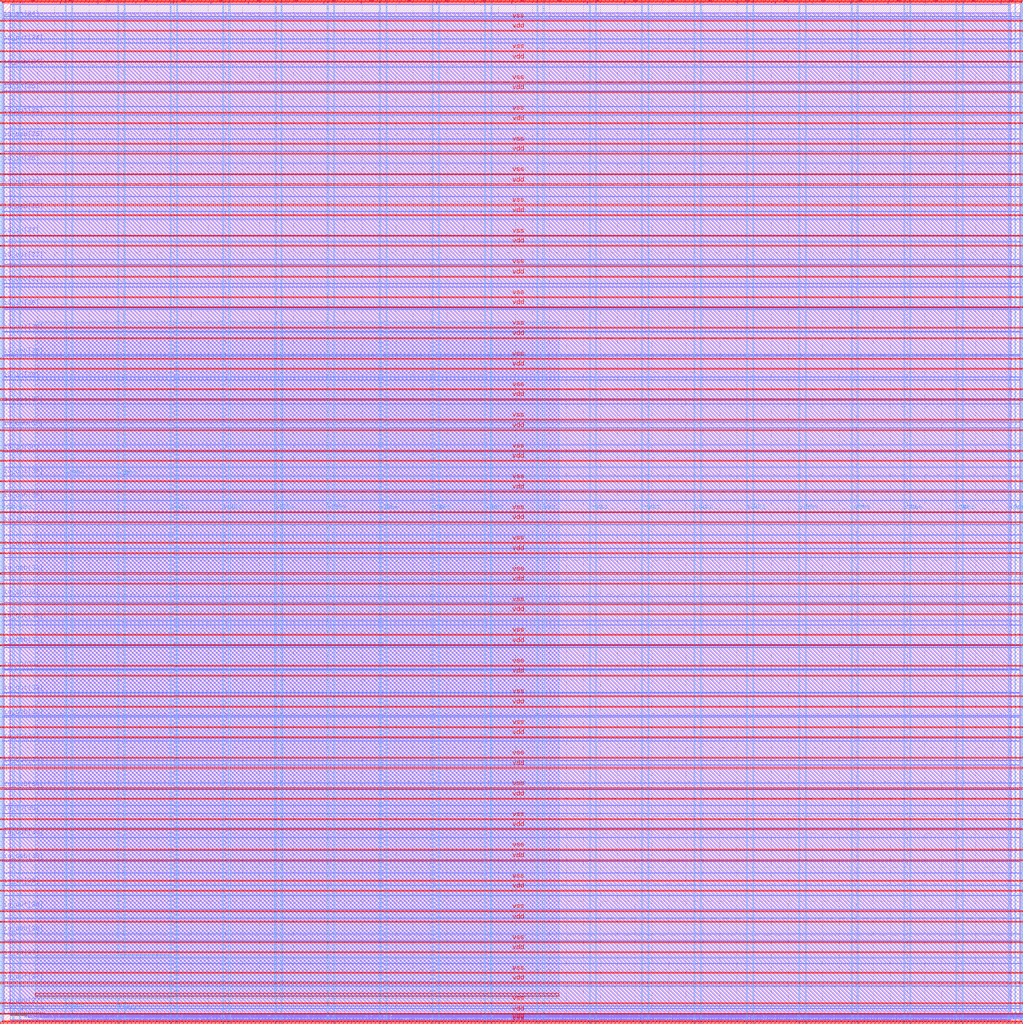
<source format=lef>
VERSION 5.7 ;
  NOWIREEXTENSIONATPIN ON ;
  DIVIDERCHAR "/" ;
  BUSBITCHARS "[]" ;
MACRO user_project_wrapper
  CLASS BLOCK ;
  FOREIGN user_project_wrapper ;
  ORIGIN 0.000 0.000 ;
  SIZE 2980.200 BY 2980.200 ;
  PIN io_in[0]
    DIRECTION INPUT ;
    USE SIGNAL ;
    PORT
      LAYER Metal3 ;
        RECT 2977.800 35.560 2985.000 36.680 ;
    END
  END io_in[0]
  PIN io_in[10]
    DIRECTION INPUT ;
    USE SIGNAL ;
    ANTENNAGATEAREA 1.557000 ;
    PORT
      LAYER Metal3 ;
        RECT 2977.800 2017.960 2985.000 2019.080 ;
    END
  END io_in[10]
  PIN io_in[11]
    DIRECTION INPUT ;
    USE SIGNAL ;
    ANTENNAGATEAREA 1.557000 ;
    PORT
      LAYER Metal3 ;
        RECT 2977.800 2216.200 2985.000 2217.320 ;
    END
  END io_in[11]
  PIN io_in[12]
    DIRECTION INPUT ;
    USE SIGNAL ;
    ANTENNAGATEAREA 1.557000 ;
    PORT
      LAYER Metal3 ;
        RECT 2977.800 2414.440 2985.000 2415.560 ;
    END
  END io_in[12]
  PIN io_in[13]
    DIRECTION INPUT ;
    USE SIGNAL ;
    ANTENNAGATEAREA 1.557000 ;
    PORT
      LAYER Metal3 ;
        RECT 2977.800 2612.680 2985.000 2613.800 ;
    END
  END io_in[13]
  PIN io_in[14]
    DIRECTION INPUT ;
    USE SIGNAL ;
    ANTENNAGATEAREA 1.038000 ;
    PORT
      LAYER Metal3 ;
        RECT 2977.800 2810.920 2985.000 2812.040 ;
    END
  END io_in[14]
  PIN io_in[15]
    DIRECTION INPUT ;
    USE SIGNAL ;
    ANTENNAGATEAREA 1.038000 ;
    PORT
      LAYER Metal2 ;
        RECT 2923.480 2977.800 2924.600 2985.000 ;
    END
  END io_in[15]
  PIN io_in[16]
    DIRECTION INPUT ;
    USE SIGNAL ;
    ANTENNAGATEAREA 1.038000 ;
    PORT
      LAYER Metal2 ;
        RECT 2592.520 2977.800 2593.640 2985.000 ;
    END
  END io_in[16]
  PIN io_in[17]
    DIRECTION INPUT ;
    USE SIGNAL ;
    ANTENNAGATEAREA 1.038000 ;
    PORT
      LAYER Metal2 ;
        RECT 2261.560 2977.800 2262.680 2985.000 ;
    END
  END io_in[17]
  PIN io_in[18]
    DIRECTION INPUT ;
    USE SIGNAL ;
    ANTENNAGATEAREA 0.519000 ;
    PORT
      LAYER Metal2 ;
        RECT 1930.600 2977.800 1931.720 2985.000 ;
    END
  END io_in[18]
  PIN io_in[19]
    DIRECTION INPUT ;
    USE SIGNAL ;
    ANTENNAGATEAREA 0.519000 ;
    PORT
      LAYER Metal2 ;
        RECT 1599.640 2977.800 1600.760 2985.000 ;
    END
  END io_in[19]
  PIN io_in[1]
    DIRECTION INPUT ;
    USE SIGNAL ;
    PORT
      LAYER Metal3 ;
        RECT 2977.800 233.800 2985.000 234.920 ;
    END
  END io_in[1]
  PIN io_in[20]
    DIRECTION INPUT ;
    USE SIGNAL ;
    ANTENNAGATEAREA 0.519000 ;
    PORT
      LAYER Metal2 ;
        RECT 1268.680 2977.800 1269.800 2985.000 ;
    END
  END io_in[20]
  PIN io_in[21]
    DIRECTION INPUT ;
    USE SIGNAL ;
    ANTENNAGATEAREA 0.519000 ;
    PORT
      LAYER Metal2 ;
        RECT 937.720 2977.800 938.840 2985.000 ;
    END
  END io_in[21]
  PIN io_in[22]
    DIRECTION INPUT ;
    USE SIGNAL ;
    ANTENNAGATEAREA 0.519000 ;
    PORT
      LAYER Metal2 ;
        RECT 606.760 2977.800 607.880 2985.000 ;
    END
  END io_in[22]
  PIN io_in[23]
    DIRECTION INPUT ;
    USE SIGNAL ;
    ANTENNAGATEAREA 0.519000 ;
    PORT
      LAYER Metal2 ;
        RECT 275.800 2977.800 276.920 2985.000 ;
    END
  END io_in[23]
  PIN io_in[24]
    DIRECTION INPUT ;
    USE SIGNAL ;
    ANTENNAGATEAREA 0.519000 ;
    PORT
      LAYER Metal3 ;
        RECT -4.800 2935.800 2.400 2936.920 ;
    END
  END io_in[24]
  PIN io_in[25]
    DIRECTION INPUT ;
    USE SIGNAL ;
    ANTENNAGATEAREA 0.519000 ;
    PORT
      LAYER Metal3 ;
        RECT -4.800 2724.120 2.400 2725.240 ;
    END
  END io_in[25]
  PIN io_in[26]
    DIRECTION INPUT ;
    USE SIGNAL ;
    ANTENNAGATEAREA 0.519000 ;
    PORT
      LAYER Metal3 ;
        RECT -4.800 2512.440 2.400 2513.560 ;
    END
  END io_in[26]
  PIN io_in[27]
    DIRECTION INPUT ;
    USE SIGNAL ;
    PORT
      LAYER Metal3 ;
        RECT -4.800 2300.760 2.400 2301.880 ;
    END
  END io_in[27]
  PIN io_in[28]
    DIRECTION INPUT ;
    USE SIGNAL ;
    PORT
      LAYER Metal3 ;
        RECT -4.800 2089.080 2.400 2090.200 ;
    END
  END io_in[28]
  PIN io_in[29]
    DIRECTION INPUT ;
    USE SIGNAL ;
    PORT
      LAYER Metal3 ;
        RECT -4.800 1877.400 2.400 1878.520 ;
    END
  END io_in[29]
  PIN io_in[2]
    DIRECTION INPUT ;
    USE SIGNAL ;
    PORT
      LAYER Metal3 ;
        RECT 2977.800 432.040 2985.000 433.160 ;
    END
  END io_in[2]
  PIN io_in[30]
    DIRECTION INPUT ;
    USE SIGNAL ;
    PORT
      LAYER Metal3 ;
        RECT -4.800 1665.720 2.400 1666.840 ;
    END
  END io_in[30]
  PIN io_in[31]
    DIRECTION INPUT ;
    USE SIGNAL ;
    PORT
      LAYER Metal3 ;
        RECT -4.800 1454.040 2.400 1455.160 ;
    END
  END io_in[31]
  PIN io_in[32]
    DIRECTION INPUT ;
    USE SIGNAL ;
    PORT
      LAYER Metal3 ;
        RECT -4.800 1242.360 2.400 1243.480 ;
    END
  END io_in[32]
  PIN io_in[33]
    DIRECTION INPUT ;
    USE SIGNAL ;
    PORT
      LAYER Metal3 ;
        RECT -4.800 1030.680 2.400 1031.800 ;
    END
  END io_in[33]
  PIN io_in[34]
    DIRECTION INPUT ;
    USE SIGNAL ;
    PORT
      LAYER Metal3 ;
        RECT -4.800 819.000 2.400 820.120 ;
    END
  END io_in[34]
  PIN io_in[35]
    DIRECTION INPUT ;
    USE SIGNAL ;
    PORT
      LAYER Metal3 ;
        RECT -4.800 607.320 2.400 608.440 ;
    END
  END io_in[35]
  PIN io_in[36]
    DIRECTION INPUT ;
    USE SIGNAL ;
    PORT
      LAYER Metal3 ;
        RECT -4.800 395.640 2.400 396.760 ;
    END
  END io_in[36]
  PIN io_in[37]
    DIRECTION INPUT ;
    USE SIGNAL ;
    PORT
      LAYER Metal3 ;
        RECT -4.800 183.960 2.400 185.080 ;
    END
  END io_in[37]
  PIN io_in[3]
    DIRECTION INPUT ;
    USE SIGNAL ;
    PORT
      LAYER Metal3 ;
        RECT 2977.800 630.280 2985.000 631.400 ;
    END
  END io_in[3]
  PIN io_in[4]
    DIRECTION INPUT ;
    USE SIGNAL ;
    PORT
      LAYER Metal3 ;
        RECT 2977.800 828.520 2985.000 829.640 ;
    END
  END io_in[4]
  PIN io_in[5]
    DIRECTION INPUT ;
    USE SIGNAL ;
    ANTENNAGATEAREA 3.256000 ;
    PORT
      LAYER Metal3 ;
        RECT 2977.800 1026.760 2985.000 1027.880 ;
    END
  END io_in[5]
  PIN io_in[6]
    DIRECTION INPUT ;
    USE SIGNAL ;
    ANTENNAGATEAREA 3.256000 ;
    PORT
      LAYER Metal3 ;
        RECT 2977.800 1225.000 2985.000 1226.120 ;
    END
  END io_in[6]
  PIN io_in[7]
    DIRECTION INPUT ;
    USE SIGNAL ;
    ANTENNAGATEAREA 4.394000 ;
    PORT
      LAYER Metal3 ;
        RECT 2977.800 1423.240 2985.000 1424.360 ;
    END
  END io_in[7]
  PIN io_in[8]
    DIRECTION INPUT ;
    USE SIGNAL ;
    ANTENNAGATEAREA 1.557000 ;
    PORT
      LAYER Metal3 ;
        RECT 2977.800 1621.480 2985.000 1622.600 ;
    END
  END io_in[8]
  PIN io_in[9]
    DIRECTION INPUT ;
    USE SIGNAL ;
    ANTENNAGATEAREA 1.557000 ;
    PORT
      LAYER Metal3 ;
        RECT 2977.800 1819.720 2985.000 1820.840 ;
    END
  END io_in[9]
  PIN io_oeb[0]
    DIRECTION OUTPUT TRISTATE ;
    USE SIGNAL ;
    ANTENNADIFFAREA 0.360800 ;
    PORT
      LAYER Metal3 ;
        RECT 2977.800 167.720 2985.000 168.840 ;
    END
  END io_oeb[0]
  PIN io_oeb[10]
    DIRECTION OUTPUT TRISTATE ;
    USE SIGNAL ;
    ANTENNADIFFAREA 0.360800 ;
    PORT
      LAYER Metal3 ;
        RECT 2977.800 2150.120 2985.000 2151.240 ;
    END
  END io_oeb[10]
  PIN io_oeb[11]
    DIRECTION OUTPUT TRISTATE ;
    USE SIGNAL ;
    ANTENNADIFFAREA 0.360800 ;
    PORT
      LAYER Metal3 ;
        RECT 2977.800 2348.360 2985.000 2349.480 ;
    END
  END io_oeb[11]
  PIN io_oeb[12]
    DIRECTION OUTPUT TRISTATE ;
    USE SIGNAL ;
    ANTENNADIFFAREA 0.360800 ;
    PORT
      LAYER Metal3 ;
        RECT 2977.800 2546.600 2985.000 2547.720 ;
    END
  END io_oeb[12]
  PIN io_oeb[13]
    DIRECTION OUTPUT TRISTATE ;
    USE SIGNAL ;
    ANTENNADIFFAREA 0.360800 ;
    PORT
      LAYER Metal3 ;
        RECT 2977.800 2744.840 2985.000 2745.960 ;
    END
  END io_oeb[13]
  PIN io_oeb[14]
    DIRECTION OUTPUT TRISTATE ;
    USE SIGNAL ;
    ANTENNADIFFAREA 0.360800 ;
    PORT
      LAYER Metal3 ;
        RECT 2977.800 2943.080 2985.000 2944.200 ;
    END
  END io_oeb[14]
  PIN io_oeb[15]
    DIRECTION OUTPUT TRISTATE ;
    USE SIGNAL ;
    ANTENNADIFFAREA 0.360800 ;
    PORT
      LAYER Metal2 ;
        RECT 2702.840 2977.800 2703.960 2985.000 ;
    END
  END io_oeb[15]
  PIN io_oeb[16]
    DIRECTION OUTPUT TRISTATE ;
    USE SIGNAL ;
    ANTENNADIFFAREA 0.360800 ;
    PORT
      LAYER Metal2 ;
        RECT 2371.880 2977.800 2373.000 2985.000 ;
    END
  END io_oeb[16]
  PIN io_oeb[17]
    DIRECTION OUTPUT TRISTATE ;
    USE SIGNAL ;
    ANTENNADIFFAREA 0.360800 ;
    PORT
      LAYER Metal2 ;
        RECT 2040.920 2977.800 2042.040 2985.000 ;
    END
  END io_oeb[17]
  PIN io_oeb[18]
    DIRECTION OUTPUT TRISTATE ;
    USE SIGNAL ;
    ANTENNADIFFAREA 0.360800 ;
    PORT
      LAYER Metal2 ;
        RECT 1709.960 2977.800 1711.080 2985.000 ;
    END
  END io_oeb[18]
  PIN io_oeb[19]
    DIRECTION OUTPUT TRISTATE ;
    USE SIGNAL ;
    ANTENNADIFFAREA 0.360800 ;
    PORT
      LAYER Metal2 ;
        RECT 1379.000 2977.800 1380.120 2985.000 ;
    END
  END io_oeb[19]
  PIN io_oeb[1]
    DIRECTION OUTPUT TRISTATE ;
    USE SIGNAL ;
    ANTENNADIFFAREA 0.360800 ;
    PORT
      LAYER Metal3 ;
        RECT 2977.800 365.960 2985.000 367.080 ;
    END
  END io_oeb[1]
  PIN io_oeb[20]
    DIRECTION OUTPUT TRISTATE ;
    USE SIGNAL ;
    ANTENNADIFFAREA 0.360800 ;
    PORT
      LAYER Metal2 ;
        RECT 1048.040 2977.800 1049.160 2985.000 ;
    END
  END io_oeb[20]
  PIN io_oeb[21]
    DIRECTION OUTPUT TRISTATE ;
    USE SIGNAL ;
    ANTENNADIFFAREA 0.360800 ;
    PORT
      LAYER Metal2 ;
        RECT 717.080 2977.800 718.200 2985.000 ;
    END
  END io_oeb[21]
  PIN io_oeb[22]
    DIRECTION OUTPUT TRISTATE ;
    USE SIGNAL ;
    ANTENNADIFFAREA 0.360800 ;
    PORT
      LAYER Metal2 ;
        RECT 386.120 2977.800 387.240 2985.000 ;
    END
  END io_oeb[22]
  PIN io_oeb[23]
    DIRECTION OUTPUT TRISTATE ;
    USE SIGNAL ;
    ANTENNADIFFAREA 0.360800 ;
    PORT
      LAYER Metal2 ;
        RECT 55.160 2977.800 56.280 2985.000 ;
    END
  END io_oeb[23]
  PIN io_oeb[24]
    DIRECTION OUTPUT TRISTATE ;
    USE SIGNAL ;
    ANTENNADIFFAREA 0.360800 ;
    PORT
      LAYER Metal3 ;
        RECT -4.800 2794.680 2.400 2795.800 ;
    END
  END io_oeb[24]
  PIN io_oeb[25]
    DIRECTION OUTPUT TRISTATE ;
    USE SIGNAL ;
    ANTENNADIFFAREA 0.360800 ;
    PORT
      LAYER Metal3 ;
        RECT -4.800 2583.000 2.400 2584.120 ;
    END
  END io_oeb[25]
  PIN io_oeb[26]
    DIRECTION OUTPUT TRISTATE ;
    USE SIGNAL ;
    ANTENNADIFFAREA 0.360800 ;
    PORT
      LAYER Metal3 ;
        RECT -4.800 2371.320 2.400 2372.440 ;
    END
  END io_oeb[26]
  PIN io_oeb[27]
    DIRECTION OUTPUT TRISTATE ;
    USE SIGNAL ;
    ANTENNADIFFAREA 0.360800 ;
    PORT
      LAYER Metal3 ;
        RECT -4.800 2159.640 2.400 2160.760 ;
    END
  END io_oeb[27]
  PIN io_oeb[28]
    DIRECTION OUTPUT TRISTATE ;
    USE SIGNAL ;
    ANTENNADIFFAREA 0.360800 ;
    PORT
      LAYER Metal3 ;
        RECT -4.800 1947.960 2.400 1949.080 ;
    END
  END io_oeb[28]
  PIN io_oeb[29]
    DIRECTION OUTPUT TRISTATE ;
    USE SIGNAL ;
    ANTENNADIFFAREA 0.360800 ;
    PORT
      LAYER Metal3 ;
        RECT -4.800 1736.280 2.400 1737.400 ;
    END
  END io_oeb[29]
  PIN io_oeb[2]
    DIRECTION OUTPUT TRISTATE ;
    USE SIGNAL ;
    ANTENNADIFFAREA 0.360800 ;
    PORT
      LAYER Metal3 ;
        RECT 2977.800 564.200 2985.000 565.320 ;
    END
  END io_oeb[2]
  PIN io_oeb[30]
    DIRECTION OUTPUT TRISTATE ;
    USE SIGNAL ;
    ANTENNADIFFAREA 0.360800 ;
    PORT
      LAYER Metal3 ;
        RECT -4.800 1524.600 2.400 1525.720 ;
    END
  END io_oeb[30]
  PIN io_oeb[31]
    DIRECTION OUTPUT TRISTATE ;
    USE SIGNAL ;
    ANTENNADIFFAREA 0.360800 ;
    PORT
      LAYER Metal3 ;
        RECT -4.800 1312.920 2.400 1314.040 ;
    END
  END io_oeb[31]
  PIN io_oeb[32]
    DIRECTION OUTPUT TRISTATE ;
    USE SIGNAL ;
    ANTENNADIFFAREA 0.360800 ;
    PORT
      LAYER Metal3 ;
        RECT -4.800 1101.240 2.400 1102.360 ;
    END
  END io_oeb[32]
  PIN io_oeb[33]
    DIRECTION OUTPUT TRISTATE ;
    USE SIGNAL ;
    ANTENNADIFFAREA 0.360800 ;
    PORT
      LAYER Metal3 ;
        RECT -4.800 889.560 2.400 890.680 ;
    END
  END io_oeb[33]
  PIN io_oeb[34]
    DIRECTION OUTPUT TRISTATE ;
    USE SIGNAL ;
    ANTENNADIFFAREA 0.360800 ;
    PORT
      LAYER Metal3 ;
        RECT -4.800 677.880 2.400 679.000 ;
    END
  END io_oeb[34]
  PIN io_oeb[35]
    DIRECTION OUTPUT TRISTATE ;
    USE SIGNAL ;
    ANTENNADIFFAREA 0.360800 ;
    PORT
      LAYER Metal3 ;
        RECT -4.800 466.200 2.400 467.320 ;
    END
  END io_oeb[35]
  PIN io_oeb[36]
    DIRECTION OUTPUT TRISTATE ;
    USE SIGNAL ;
    ANTENNADIFFAREA 0.360800 ;
    PORT
      LAYER Metal3 ;
        RECT -4.800 254.520 2.400 255.640 ;
    END
  END io_oeb[36]
  PIN io_oeb[37]
    DIRECTION OUTPUT TRISTATE ;
    USE SIGNAL ;
    ANTENNADIFFAREA 0.360800 ;
    PORT
      LAYER Metal3 ;
        RECT -4.800 42.840 2.400 43.960 ;
    END
  END io_oeb[37]
  PIN io_oeb[3]
    DIRECTION OUTPUT TRISTATE ;
    USE SIGNAL ;
    ANTENNADIFFAREA 0.360800 ;
    PORT
      LAYER Metal3 ;
        RECT 2977.800 762.440 2985.000 763.560 ;
    END
  END io_oeb[3]
  PIN io_oeb[4]
    DIRECTION OUTPUT TRISTATE ;
    USE SIGNAL ;
    ANTENNADIFFAREA 0.360800 ;
    PORT
      LAYER Metal3 ;
        RECT 2977.800 960.680 2985.000 961.800 ;
    END
  END io_oeb[4]
  PIN io_oeb[5]
    DIRECTION OUTPUT TRISTATE ;
    USE SIGNAL ;
    ANTENNADIFFAREA 0.360800 ;
    PORT
      LAYER Metal3 ;
        RECT 2977.800 1158.920 2985.000 1160.040 ;
    END
  END io_oeb[5]
  PIN io_oeb[6]
    DIRECTION OUTPUT TRISTATE ;
    USE SIGNAL ;
    ANTENNADIFFAREA 0.360800 ;
    PORT
      LAYER Metal3 ;
        RECT 2977.800 1357.160 2985.000 1358.280 ;
    END
  END io_oeb[6]
  PIN io_oeb[7]
    DIRECTION OUTPUT TRISTATE ;
    USE SIGNAL ;
    ANTENNADIFFAREA 0.360800 ;
    PORT
      LAYER Metal3 ;
        RECT 2977.800 1555.400 2985.000 1556.520 ;
    END
  END io_oeb[7]
  PIN io_oeb[8]
    DIRECTION OUTPUT TRISTATE ;
    USE SIGNAL ;
    ANTENNADIFFAREA 0.360800 ;
    PORT
      LAYER Metal3 ;
        RECT 2977.800 1753.640 2985.000 1754.760 ;
    END
  END io_oeb[8]
  PIN io_oeb[9]
    DIRECTION OUTPUT TRISTATE ;
    USE SIGNAL ;
    ANTENNADIFFAREA 0.360800 ;
    PORT
      LAYER Metal3 ;
        RECT 2977.800 1951.880 2985.000 1953.000 ;
    END
  END io_oeb[9]
  PIN io_out[0]
    DIRECTION OUTPUT TRISTATE ;
    USE SIGNAL ;
    ANTENNADIFFAREA 0.360800 ;
    PORT
      LAYER Metal3 ;
        RECT 2977.800 101.640 2985.000 102.760 ;
    END
  END io_out[0]
  PIN io_out[10]
    DIRECTION OUTPUT TRISTATE ;
    USE SIGNAL ;
    ANTENNADIFFAREA 0.360800 ;
    PORT
      LAYER Metal3 ;
        RECT 2977.800 2084.040 2985.000 2085.160 ;
    END
  END io_out[10]
  PIN io_out[11]
    DIRECTION OUTPUT TRISTATE ;
    USE SIGNAL ;
    ANTENNADIFFAREA 0.360800 ;
    PORT
      LAYER Metal3 ;
        RECT 2977.800 2282.280 2985.000 2283.400 ;
    END
  END io_out[11]
  PIN io_out[12]
    DIRECTION OUTPUT TRISTATE ;
    USE SIGNAL ;
    ANTENNADIFFAREA 0.360800 ;
    PORT
      LAYER Metal3 ;
        RECT 2977.800 2480.520 2985.000 2481.640 ;
    END
  END io_out[12]
  PIN io_out[13]
    DIRECTION OUTPUT TRISTATE ;
    USE SIGNAL ;
    ANTENNADIFFAREA 0.360800 ;
    PORT
      LAYER Metal3 ;
        RECT 2977.800 2678.760 2985.000 2679.880 ;
    END
  END io_out[13]
  PIN io_out[14]
    DIRECTION OUTPUT TRISTATE ;
    USE SIGNAL ;
    ANTENNADIFFAREA 0.360800 ;
    PORT
      LAYER Metal3 ;
        RECT 2977.800 2877.000 2985.000 2878.120 ;
    END
  END io_out[14]
  PIN io_out[15]
    DIRECTION OUTPUT TRISTATE ;
    USE SIGNAL ;
    ANTENNADIFFAREA 0.360800 ;
    PORT
      LAYER Metal2 ;
        RECT 2813.160 2977.800 2814.280 2985.000 ;
    END
  END io_out[15]
  PIN io_out[16]
    DIRECTION OUTPUT TRISTATE ;
    USE SIGNAL ;
    ANTENNADIFFAREA 0.360800 ;
    PORT
      LAYER Metal2 ;
        RECT 2482.200 2977.800 2483.320 2985.000 ;
    END
  END io_out[16]
  PIN io_out[17]
    DIRECTION OUTPUT TRISTATE ;
    USE SIGNAL ;
    ANTENNADIFFAREA 0.360800 ;
    PORT
      LAYER Metal2 ;
        RECT 2151.240 2977.800 2152.360 2985.000 ;
    END
  END io_out[17]
  PIN io_out[18]
    DIRECTION OUTPUT TRISTATE ;
    USE SIGNAL ;
    ANTENNADIFFAREA 0.360800 ;
    PORT
      LAYER Metal2 ;
        RECT 1820.280 2977.800 1821.400 2985.000 ;
    END
  END io_out[18]
  PIN io_out[19]
    DIRECTION OUTPUT TRISTATE ;
    USE SIGNAL ;
    ANTENNADIFFAREA 0.360800 ;
    PORT
      LAYER Metal2 ;
        RECT 1489.320 2977.800 1490.440 2985.000 ;
    END
  END io_out[19]
  PIN io_out[1]
    DIRECTION OUTPUT TRISTATE ;
    USE SIGNAL ;
    ANTENNADIFFAREA 0.360800 ;
    PORT
      LAYER Metal3 ;
        RECT 2977.800 299.880 2985.000 301.000 ;
    END
  END io_out[1]
  PIN io_out[20]
    DIRECTION OUTPUT TRISTATE ;
    USE SIGNAL ;
    ANTENNADIFFAREA 0.360800 ;
    PORT
      LAYER Metal2 ;
        RECT 1158.360 2977.800 1159.480 2985.000 ;
    END
  END io_out[20]
  PIN io_out[21]
    DIRECTION OUTPUT TRISTATE ;
    USE SIGNAL ;
    ANTENNADIFFAREA 0.360800 ;
    PORT
      LAYER Metal2 ;
        RECT 827.400 2977.800 828.520 2985.000 ;
    END
  END io_out[21]
  PIN io_out[22]
    DIRECTION OUTPUT TRISTATE ;
    USE SIGNAL ;
    ANTENNADIFFAREA 0.360800 ;
    PORT
      LAYER Metal2 ;
        RECT 496.440 2977.800 497.560 2985.000 ;
    END
  END io_out[22]
  PIN io_out[23]
    DIRECTION OUTPUT TRISTATE ;
    USE SIGNAL ;
    ANTENNADIFFAREA 0.360800 ;
    PORT
      LAYER Metal2 ;
        RECT 165.480 2977.800 166.600 2985.000 ;
    END
  END io_out[23]
  PIN io_out[24]
    DIRECTION OUTPUT TRISTATE ;
    USE SIGNAL ;
    ANTENNADIFFAREA 0.360800 ;
    PORT
      LAYER Metal3 ;
        RECT -4.800 2865.240 2.400 2866.360 ;
    END
  END io_out[24]
  PIN io_out[25]
    DIRECTION OUTPUT TRISTATE ;
    USE SIGNAL ;
    ANTENNADIFFAREA 0.360800 ;
    PORT
      LAYER Metal3 ;
        RECT -4.800 2653.560 2.400 2654.680 ;
    END
  END io_out[25]
  PIN io_out[26]
    DIRECTION OUTPUT TRISTATE ;
    USE SIGNAL ;
    ANTENNADIFFAREA 0.360800 ;
    PORT
      LAYER Metal3 ;
        RECT -4.800 2441.880 2.400 2443.000 ;
    END
  END io_out[26]
  PIN io_out[27]
    DIRECTION OUTPUT TRISTATE ;
    USE SIGNAL ;
    ANTENNADIFFAREA 2.568400 ;
    PORT
      LAYER Metal3 ;
        RECT -4.800 2230.200 2.400 2231.320 ;
    END
  END io_out[27]
  PIN io_out[28]
    DIRECTION OUTPUT TRISTATE ;
    USE SIGNAL ;
    ANTENNADIFFAREA 2.568400 ;
    PORT
      LAYER Metal3 ;
        RECT -4.800 2018.520 2.400 2019.640 ;
    END
  END io_out[28]
  PIN io_out[29]
    DIRECTION OUTPUT TRISTATE ;
    USE SIGNAL ;
    ANTENNADIFFAREA 2.568400 ;
    PORT
      LAYER Metal3 ;
        RECT -4.800 1806.840 2.400 1807.960 ;
    END
  END io_out[29]
  PIN io_out[2]
    DIRECTION OUTPUT TRISTATE ;
    USE SIGNAL ;
    ANTENNADIFFAREA 0.360800 ;
    PORT
      LAYER Metal3 ;
        RECT 2977.800 498.120 2985.000 499.240 ;
    END
  END io_out[2]
  PIN io_out[30]
    DIRECTION OUTPUT TRISTATE ;
    USE SIGNAL ;
    ANTENNADIFFAREA 2.568400 ;
    PORT
      LAYER Metal3 ;
        RECT -4.800 1595.160 2.400 1596.280 ;
    END
  END io_out[30]
  PIN io_out[31]
    DIRECTION OUTPUT TRISTATE ;
    USE SIGNAL ;
    ANTENNADIFFAREA 1.182800 ;
    PORT
      LAYER Metal3 ;
        RECT -4.800 1383.480 2.400 1384.600 ;
    END
  END io_out[31]
  PIN io_out[32]
    DIRECTION OUTPUT TRISTATE ;
    USE SIGNAL ;
    ANTENNADIFFAREA 1.182800 ;
    PORT
      LAYER Metal3 ;
        RECT -4.800 1171.800 2.400 1172.920 ;
    END
  END io_out[32]
  PIN io_out[33]
    DIRECTION OUTPUT TRISTATE ;
    USE SIGNAL ;
    ANTENNADIFFAREA 1.182800 ;
    PORT
      LAYER Metal3 ;
        RECT -4.800 960.120 2.400 961.240 ;
    END
  END io_out[33]
  PIN io_out[34]
    DIRECTION OUTPUT TRISTATE ;
    USE SIGNAL ;
    ANTENNADIFFAREA 1.182800 ;
    PORT
      LAYER Metal3 ;
        RECT -4.800 748.440 2.400 749.560 ;
    END
  END io_out[34]
  PIN io_out[35]
    DIRECTION OUTPUT TRISTATE ;
    USE SIGNAL ;
    ANTENNADIFFAREA 0.360800 ;
    PORT
      LAYER Metal3 ;
        RECT -4.800 536.760 2.400 537.880 ;
    END
  END io_out[35]
  PIN io_out[36]
    DIRECTION OUTPUT TRISTATE ;
    USE SIGNAL ;
    ANTENNADIFFAREA 0.360800 ;
    PORT
      LAYER Metal3 ;
        RECT -4.800 325.080 2.400 326.200 ;
    END
  END io_out[36]
  PIN io_out[37]
    DIRECTION OUTPUT TRISTATE ;
    USE SIGNAL ;
    ANTENNADIFFAREA 0.360800 ;
    PORT
      LAYER Metal3 ;
        RECT -4.800 113.400 2.400 114.520 ;
    END
  END io_out[37]
  PIN io_out[3]
    DIRECTION OUTPUT TRISTATE ;
    USE SIGNAL ;
    ANTENNADIFFAREA 0.360800 ;
    PORT
      LAYER Metal3 ;
        RECT 2977.800 696.360 2985.000 697.480 ;
    END
  END io_out[3]
  PIN io_out[4]
    DIRECTION OUTPUT TRISTATE ;
    USE SIGNAL ;
    ANTENNADIFFAREA 0.360800 ;
    PORT
      LAYER Metal3 ;
        RECT 2977.800 894.600 2985.000 895.720 ;
    END
  END io_out[4]
  PIN io_out[5]
    DIRECTION OUTPUT TRISTATE ;
    USE SIGNAL ;
    ANTENNADIFFAREA 0.360800 ;
    PORT
      LAYER Metal3 ;
        RECT 2977.800 1092.840 2985.000 1093.960 ;
    END
  END io_out[5]
  PIN io_out[6]
    DIRECTION OUTPUT TRISTATE ;
    USE SIGNAL ;
    ANTENNADIFFAREA 0.360800 ;
    PORT
      LAYER Metal3 ;
        RECT 2977.800 1291.080 2985.000 1292.200 ;
    END
  END io_out[6]
  PIN io_out[7]
    DIRECTION OUTPUT TRISTATE ;
    USE SIGNAL ;
    ANTENNADIFFAREA 0.360800 ;
    PORT
      LAYER Metal3 ;
        RECT 2977.800 1489.320 2985.000 1490.440 ;
    END
  END io_out[7]
  PIN io_out[8]
    DIRECTION OUTPUT TRISTATE ;
    USE SIGNAL ;
    ANTENNADIFFAREA 0.360800 ;
    PORT
      LAYER Metal3 ;
        RECT 2977.800 1687.560 2985.000 1688.680 ;
    END
  END io_out[8]
  PIN io_out[9]
    DIRECTION OUTPUT TRISTATE ;
    USE SIGNAL ;
    ANTENNADIFFAREA 0.360800 ;
    PORT
      LAYER Metal3 ;
        RECT 2977.800 1885.800 2985.000 1886.920 ;
    END
  END io_out[9]
  PIN la_data_in[0]
    DIRECTION INPUT ;
    USE SIGNAL ;
    PORT
      LAYER Metal2 ;
        RECT 1065.960 -4.800 1067.080 2.400 ;
    END
  END la_data_in[0]
  PIN la_data_in[10]
    DIRECTION INPUT ;
    USE SIGNAL ;
    PORT
      LAYER Metal2 ;
        RECT 1351.560 -4.800 1352.680 2.400 ;
    END
  END la_data_in[10]
  PIN la_data_in[11]
    DIRECTION INPUT ;
    USE SIGNAL ;
    PORT
      LAYER Metal2 ;
        RECT 1380.120 -4.800 1381.240 2.400 ;
    END
  END la_data_in[11]
  PIN la_data_in[12]
    DIRECTION INPUT ;
    USE SIGNAL ;
    PORT
      LAYER Metal2 ;
        RECT 1408.680 -4.800 1409.800 2.400 ;
    END
  END la_data_in[12]
  PIN la_data_in[13]
    DIRECTION INPUT ;
    USE SIGNAL ;
    PORT
      LAYER Metal2 ;
        RECT 1437.240 -4.800 1438.360 2.400 ;
    END
  END la_data_in[13]
  PIN la_data_in[14]
    DIRECTION INPUT ;
    USE SIGNAL ;
    PORT
      LAYER Metal2 ;
        RECT 1465.800 -4.800 1466.920 2.400 ;
    END
  END la_data_in[14]
  PIN la_data_in[15]
    DIRECTION INPUT ;
    USE SIGNAL ;
    PORT
      LAYER Metal2 ;
        RECT 1494.360 -4.800 1495.480 2.400 ;
    END
  END la_data_in[15]
  PIN la_data_in[16]
    DIRECTION INPUT ;
    USE SIGNAL ;
    PORT
      LAYER Metal2 ;
        RECT 1522.920 -4.800 1524.040 2.400 ;
    END
  END la_data_in[16]
  PIN la_data_in[17]
    DIRECTION INPUT ;
    USE SIGNAL ;
    PORT
      LAYER Metal2 ;
        RECT 1551.480 -4.800 1552.600 2.400 ;
    END
  END la_data_in[17]
  PIN la_data_in[18]
    DIRECTION INPUT ;
    USE SIGNAL ;
    PORT
      LAYER Metal2 ;
        RECT 1580.040 -4.800 1581.160 2.400 ;
    END
  END la_data_in[18]
  PIN la_data_in[19]
    DIRECTION INPUT ;
    USE SIGNAL ;
    PORT
      LAYER Metal2 ;
        RECT 1608.600 -4.800 1609.720 2.400 ;
    END
  END la_data_in[19]
  PIN la_data_in[1]
    DIRECTION INPUT ;
    USE SIGNAL ;
    PORT
      LAYER Metal2 ;
        RECT 1094.520 -4.800 1095.640 2.400 ;
    END
  END la_data_in[1]
  PIN la_data_in[20]
    DIRECTION INPUT ;
    USE SIGNAL ;
    PORT
      LAYER Metal2 ;
        RECT 1637.160 -4.800 1638.280 2.400 ;
    END
  END la_data_in[20]
  PIN la_data_in[21]
    DIRECTION INPUT ;
    USE SIGNAL ;
    PORT
      LAYER Metal2 ;
        RECT 1665.720 -4.800 1666.840 2.400 ;
    END
  END la_data_in[21]
  PIN la_data_in[22]
    DIRECTION INPUT ;
    USE SIGNAL ;
    PORT
      LAYER Metal2 ;
        RECT 1694.280 -4.800 1695.400 2.400 ;
    END
  END la_data_in[22]
  PIN la_data_in[23]
    DIRECTION INPUT ;
    USE SIGNAL ;
    PORT
      LAYER Metal2 ;
        RECT 1722.840 -4.800 1723.960 2.400 ;
    END
  END la_data_in[23]
  PIN la_data_in[24]
    DIRECTION INPUT ;
    USE SIGNAL ;
    PORT
      LAYER Metal2 ;
        RECT 1751.400 -4.800 1752.520 2.400 ;
    END
  END la_data_in[24]
  PIN la_data_in[25]
    DIRECTION INPUT ;
    USE SIGNAL ;
    PORT
      LAYER Metal2 ;
        RECT 1779.960 -4.800 1781.080 2.400 ;
    END
  END la_data_in[25]
  PIN la_data_in[26]
    DIRECTION INPUT ;
    USE SIGNAL ;
    PORT
      LAYER Metal2 ;
        RECT 1808.520 -4.800 1809.640 2.400 ;
    END
  END la_data_in[26]
  PIN la_data_in[27]
    DIRECTION INPUT ;
    USE SIGNAL ;
    PORT
      LAYER Metal2 ;
        RECT 1837.080 -4.800 1838.200 2.400 ;
    END
  END la_data_in[27]
  PIN la_data_in[28]
    DIRECTION INPUT ;
    USE SIGNAL ;
    PORT
      LAYER Metal2 ;
        RECT 1865.640 -4.800 1866.760 2.400 ;
    END
  END la_data_in[28]
  PIN la_data_in[29]
    DIRECTION INPUT ;
    USE SIGNAL ;
    PORT
      LAYER Metal2 ;
        RECT 1894.200 -4.800 1895.320 2.400 ;
    END
  END la_data_in[29]
  PIN la_data_in[2]
    DIRECTION INPUT ;
    USE SIGNAL ;
    PORT
      LAYER Metal2 ;
        RECT 1123.080 -4.800 1124.200 2.400 ;
    END
  END la_data_in[2]
  PIN la_data_in[30]
    DIRECTION INPUT ;
    USE SIGNAL ;
    PORT
      LAYER Metal2 ;
        RECT 1922.760 -4.800 1923.880 2.400 ;
    END
  END la_data_in[30]
  PIN la_data_in[31]
    DIRECTION INPUT ;
    USE SIGNAL ;
    PORT
      LAYER Metal2 ;
        RECT 1951.320 -4.800 1952.440 2.400 ;
    END
  END la_data_in[31]
  PIN la_data_in[32]
    DIRECTION INPUT ;
    USE SIGNAL ;
    PORT
      LAYER Metal2 ;
        RECT 1979.880 -4.800 1981.000 2.400 ;
    END
  END la_data_in[32]
  PIN la_data_in[33]
    DIRECTION INPUT ;
    USE SIGNAL ;
    PORT
      LAYER Metal2 ;
        RECT 2008.440 -4.800 2009.560 2.400 ;
    END
  END la_data_in[33]
  PIN la_data_in[34]
    DIRECTION INPUT ;
    USE SIGNAL ;
    PORT
      LAYER Metal2 ;
        RECT 2037.000 -4.800 2038.120 2.400 ;
    END
  END la_data_in[34]
  PIN la_data_in[35]
    DIRECTION INPUT ;
    USE SIGNAL ;
    PORT
      LAYER Metal2 ;
        RECT 2065.560 -4.800 2066.680 2.400 ;
    END
  END la_data_in[35]
  PIN la_data_in[36]
    DIRECTION INPUT ;
    USE SIGNAL ;
    PORT
      LAYER Metal2 ;
        RECT 2094.120 -4.800 2095.240 2.400 ;
    END
  END la_data_in[36]
  PIN la_data_in[37]
    DIRECTION INPUT ;
    USE SIGNAL ;
    PORT
      LAYER Metal2 ;
        RECT 2122.680 -4.800 2123.800 2.400 ;
    END
  END la_data_in[37]
  PIN la_data_in[38]
    DIRECTION INPUT ;
    USE SIGNAL ;
    PORT
      LAYER Metal2 ;
        RECT 2151.240 -4.800 2152.360 2.400 ;
    END
  END la_data_in[38]
  PIN la_data_in[39]
    DIRECTION INPUT ;
    USE SIGNAL ;
    PORT
      LAYER Metal2 ;
        RECT 2179.800 -4.800 2180.920 2.400 ;
    END
  END la_data_in[39]
  PIN la_data_in[3]
    DIRECTION INPUT ;
    USE SIGNAL ;
    PORT
      LAYER Metal2 ;
        RECT 1151.640 -4.800 1152.760 2.400 ;
    END
  END la_data_in[3]
  PIN la_data_in[40]
    DIRECTION INPUT ;
    USE SIGNAL ;
    PORT
      LAYER Metal2 ;
        RECT 2208.360 -4.800 2209.480 2.400 ;
    END
  END la_data_in[40]
  PIN la_data_in[41]
    DIRECTION INPUT ;
    USE SIGNAL ;
    PORT
      LAYER Metal2 ;
        RECT 2236.920 -4.800 2238.040 2.400 ;
    END
  END la_data_in[41]
  PIN la_data_in[42]
    DIRECTION INPUT ;
    USE SIGNAL ;
    PORT
      LAYER Metal2 ;
        RECT 2265.480 -4.800 2266.600 2.400 ;
    END
  END la_data_in[42]
  PIN la_data_in[43]
    DIRECTION INPUT ;
    USE SIGNAL ;
    PORT
      LAYER Metal2 ;
        RECT 2294.040 -4.800 2295.160 2.400 ;
    END
  END la_data_in[43]
  PIN la_data_in[44]
    DIRECTION INPUT ;
    USE SIGNAL ;
    PORT
      LAYER Metal2 ;
        RECT 2322.600 -4.800 2323.720 2.400 ;
    END
  END la_data_in[44]
  PIN la_data_in[45]
    DIRECTION INPUT ;
    USE SIGNAL ;
    PORT
      LAYER Metal2 ;
        RECT 2351.160 -4.800 2352.280 2.400 ;
    END
  END la_data_in[45]
  PIN la_data_in[46]
    DIRECTION INPUT ;
    USE SIGNAL ;
    PORT
      LAYER Metal2 ;
        RECT 2379.720 -4.800 2380.840 2.400 ;
    END
  END la_data_in[46]
  PIN la_data_in[47]
    DIRECTION INPUT ;
    USE SIGNAL ;
    PORT
      LAYER Metal2 ;
        RECT 2408.280 -4.800 2409.400 2.400 ;
    END
  END la_data_in[47]
  PIN la_data_in[48]
    DIRECTION INPUT ;
    USE SIGNAL ;
    PORT
      LAYER Metal2 ;
        RECT 2436.840 -4.800 2437.960 2.400 ;
    END
  END la_data_in[48]
  PIN la_data_in[49]
    DIRECTION INPUT ;
    USE SIGNAL ;
    PORT
      LAYER Metal2 ;
        RECT 2465.400 -4.800 2466.520 2.400 ;
    END
  END la_data_in[49]
  PIN la_data_in[4]
    DIRECTION INPUT ;
    USE SIGNAL ;
    PORT
      LAYER Metal2 ;
        RECT 1180.200 -4.800 1181.320 2.400 ;
    END
  END la_data_in[4]
  PIN la_data_in[50]
    DIRECTION INPUT ;
    USE SIGNAL ;
    PORT
      LAYER Metal2 ;
        RECT 2493.960 -4.800 2495.080 2.400 ;
    END
  END la_data_in[50]
  PIN la_data_in[51]
    DIRECTION INPUT ;
    USE SIGNAL ;
    PORT
      LAYER Metal2 ;
        RECT 2522.520 -4.800 2523.640 2.400 ;
    END
  END la_data_in[51]
  PIN la_data_in[52]
    DIRECTION INPUT ;
    USE SIGNAL ;
    PORT
      LAYER Metal2 ;
        RECT 2551.080 -4.800 2552.200 2.400 ;
    END
  END la_data_in[52]
  PIN la_data_in[53]
    DIRECTION INPUT ;
    USE SIGNAL ;
    PORT
      LAYER Metal2 ;
        RECT 2579.640 -4.800 2580.760 2.400 ;
    END
  END la_data_in[53]
  PIN la_data_in[54]
    DIRECTION INPUT ;
    USE SIGNAL ;
    PORT
      LAYER Metal2 ;
        RECT 2608.200 -4.800 2609.320 2.400 ;
    END
  END la_data_in[54]
  PIN la_data_in[55]
    DIRECTION INPUT ;
    USE SIGNAL ;
    PORT
      LAYER Metal2 ;
        RECT 2636.760 -4.800 2637.880 2.400 ;
    END
  END la_data_in[55]
  PIN la_data_in[56]
    DIRECTION INPUT ;
    USE SIGNAL ;
    PORT
      LAYER Metal2 ;
        RECT 2665.320 -4.800 2666.440 2.400 ;
    END
  END la_data_in[56]
  PIN la_data_in[57]
    DIRECTION INPUT ;
    USE SIGNAL ;
    PORT
      LAYER Metal2 ;
        RECT 2693.880 -4.800 2695.000 2.400 ;
    END
  END la_data_in[57]
  PIN la_data_in[58]
    DIRECTION INPUT ;
    USE SIGNAL ;
    PORT
      LAYER Metal2 ;
        RECT 2722.440 -4.800 2723.560 2.400 ;
    END
  END la_data_in[58]
  PIN la_data_in[59]
    DIRECTION INPUT ;
    USE SIGNAL ;
    PORT
      LAYER Metal2 ;
        RECT 2751.000 -4.800 2752.120 2.400 ;
    END
  END la_data_in[59]
  PIN la_data_in[5]
    DIRECTION INPUT ;
    USE SIGNAL ;
    PORT
      LAYER Metal2 ;
        RECT 1208.760 -4.800 1209.880 2.400 ;
    END
  END la_data_in[5]
  PIN la_data_in[60]
    DIRECTION INPUT ;
    USE SIGNAL ;
    PORT
      LAYER Metal2 ;
        RECT 2779.560 -4.800 2780.680 2.400 ;
    END
  END la_data_in[60]
  PIN la_data_in[61]
    DIRECTION INPUT ;
    USE SIGNAL ;
    PORT
      LAYER Metal2 ;
        RECT 2808.120 -4.800 2809.240 2.400 ;
    END
  END la_data_in[61]
  PIN la_data_in[62]
    DIRECTION INPUT ;
    USE SIGNAL ;
    PORT
      LAYER Metal2 ;
        RECT 2836.680 -4.800 2837.800 2.400 ;
    END
  END la_data_in[62]
  PIN la_data_in[63]
    DIRECTION INPUT ;
    USE SIGNAL ;
    PORT
      LAYER Metal2 ;
        RECT 2865.240 -4.800 2866.360 2.400 ;
    END
  END la_data_in[63]
  PIN la_data_in[6]
    DIRECTION INPUT ;
    USE SIGNAL ;
    PORT
      LAYER Metal2 ;
        RECT 1237.320 -4.800 1238.440 2.400 ;
    END
  END la_data_in[6]
  PIN la_data_in[7]
    DIRECTION INPUT ;
    USE SIGNAL ;
    PORT
      LAYER Metal2 ;
        RECT 1265.880 -4.800 1267.000 2.400 ;
    END
  END la_data_in[7]
  PIN la_data_in[8]
    DIRECTION INPUT ;
    USE SIGNAL ;
    PORT
      LAYER Metal2 ;
        RECT 1294.440 -4.800 1295.560 2.400 ;
    END
  END la_data_in[8]
  PIN la_data_in[9]
    DIRECTION INPUT ;
    USE SIGNAL ;
    PORT
      LAYER Metal2 ;
        RECT 1323.000 -4.800 1324.120 2.400 ;
    END
  END la_data_in[9]
  PIN la_data_out[0]
    DIRECTION OUTPUT TRISTATE ;
    USE SIGNAL ;
    ANTENNADIFFAREA 0.360800 ;
    PORT
      LAYER Metal2 ;
        RECT 1075.480 -4.800 1076.600 2.400 ;
    END
  END la_data_out[0]
  PIN la_data_out[10]
    DIRECTION OUTPUT TRISTATE ;
    USE SIGNAL ;
    ANTENNADIFFAREA 0.360800 ;
    PORT
      LAYER Metal2 ;
        RECT 1361.080 -4.800 1362.200 2.400 ;
    END
  END la_data_out[10]
  PIN la_data_out[11]
    DIRECTION OUTPUT TRISTATE ;
    USE SIGNAL ;
    ANTENNADIFFAREA 0.360800 ;
    PORT
      LAYER Metal2 ;
        RECT 1389.640 -4.800 1390.760 2.400 ;
    END
  END la_data_out[11]
  PIN la_data_out[12]
    DIRECTION OUTPUT TRISTATE ;
    USE SIGNAL ;
    ANTENNADIFFAREA 0.360800 ;
    PORT
      LAYER Metal2 ;
        RECT 1418.200 -4.800 1419.320 2.400 ;
    END
  END la_data_out[12]
  PIN la_data_out[13]
    DIRECTION OUTPUT TRISTATE ;
    USE SIGNAL ;
    ANTENNADIFFAREA 0.360800 ;
    PORT
      LAYER Metal2 ;
        RECT 1446.760 -4.800 1447.880 2.400 ;
    END
  END la_data_out[13]
  PIN la_data_out[14]
    DIRECTION OUTPUT TRISTATE ;
    USE SIGNAL ;
    ANTENNADIFFAREA 0.360800 ;
    PORT
      LAYER Metal2 ;
        RECT 1475.320 -4.800 1476.440 2.400 ;
    END
  END la_data_out[14]
  PIN la_data_out[15]
    DIRECTION OUTPUT TRISTATE ;
    USE SIGNAL ;
    ANTENNADIFFAREA 0.360800 ;
    PORT
      LAYER Metal2 ;
        RECT 1503.880 -4.800 1505.000 2.400 ;
    END
  END la_data_out[15]
  PIN la_data_out[16]
    DIRECTION OUTPUT TRISTATE ;
    USE SIGNAL ;
    ANTENNADIFFAREA 0.360800 ;
    PORT
      LAYER Metal2 ;
        RECT 1532.440 -4.800 1533.560 2.400 ;
    END
  END la_data_out[16]
  PIN la_data_out[17]
    DIRECTION OUTPUT TRISTATE ;
    USE SIGNAL ;
    ANTENNADIFFAREA 0.360800 ;
    PORT
      LAYER Metal2 ;
        RECT 1561.000 -4.800 1562.120 2.400 ;
    END
  END la_data_out[17]
  PIN la_data_out[18]
    DIRECTION OUTPUT TRISTATE ;
    USE SIGNAL ;
    ANTENNADIFFAREA 0.360800 ;
    PORT
      LAYER Metal2 ;
        RECT 1589.560 -4.800 1590.680 2.400 ;
    END
  END la_data_out[18]
  PIN la_data_out[19]
    DIRECTION OUTPUT TRISTATE ;
    USE SIGNAL ;
    ANTENNADIFFAREA 0.360800 ;
    PORT
      LAYER Metal2 ;
        RECT 1618.120 -4.800 1619.240 2.400 ;
    END
  END la_data_out[19]
  PIN la_data_out[1]
    DIRECTION OUTPUT TRISTATE ;
    USE SIGNAL ;
    ANTENNADIFFAREA 0.360800 ;
    PORT
      LAYER Metal2 ;
        RECT 1104.040 -4.800 1105.160 2.400 ;
    END
  END la_data_out[1]
  PIN la_data_out[20]
    DIRECTION OUTPUT TRISTATE ;
    USE SIGNAL ;
    ANTENNADIFFAREA 0.360800 ;
    PORT
      LAYER Metal2 ;
        RECT 1646.680 -4.800 1647.800 2.400 ;
    END
  END la_data_out[20]
  PIN la_data_out[21]
    DIRECTION OUTPUT TRISTATE ;
    USE SIGNAL ;
    ANTENNADIFFAREA 0.360800 ;
    PORT
      LAYER Metal2 ;
        RECT 1675.240 -4.800 1676.360 2.400 ;
    END
  END la_data_out[21]
  PIN la_data_out[22]
    DIRECTION OUTPUT TRISTATE ;
    USE SIGNAL ;
    ANTENNADIFFAREA 0.360800 ;
    PORT
      LAYER Metal2 ;
        RECT 1703.800 -4.800 1704.920 2.400 ;
    END
  END la_data_out[22]
  PIN la_data_out[23]
    DIRECTION OUTPUT TRISTATE ;
    USE SIGNAL ;
    ANTENNADIFFAREA 0.360800 ;
    PORT
      LAYER Metal2 ;
        RECT 1732.360 -4.800 1733.480 2.400 ;
    END
  END la_data_out[23]
  PIN la_data_out[24]
    DIRECTION OUTPUT TRISTATE ;
    USE SIGNAL ;
    ANTENNADIFFAREA 0.360800 ;
    PORT
      LAYER Metal2 ;
        RECT 1760.920 -4.800 1762.040 2.400 ;
    END
  END la_data_out[24]
  PIN la_data_out[25]
    DIRECTION OUTPUT TRISTATE ;
    USE SIGNAL ;
    ANTENNADIFFAREA 0.360800 ;
    PORT
      LAYER Metal2 ;
        RECT 1789.480 -4.800 1790.600 2.400 ;
    END
  END la_data_out[25]
  PIN la_data_out[26]
    DIRECTION OUTPUT TRISTATE ;
    USE SIGNAL ;
    ANTENNADIFFAREA 0.360800 ;
    PORT
      LAYER Metal2 ;
        RECT 1818.040 -4.800 1819.160 2.400 ;
    END
  END la_data_out[26]
  PIN la_data_out[27]
    DIRECTION OUTPUT TRISTATE ;
    USE SIGNAL ;
    ANTENNADIFFAREA 0.360800 ;
    PORT
      LAYER Metal2 ;
        RECT 1846.600 -4.800 1847.720 2.400 ;
    END
  END la_data_out[27]
  PIN la_data_out[28]
    DIRECTION OUTPUT TRISTATE ;
    USE SIGNAL ;
    ANTENNADIFFAREA 0.360800 ;
    PORT
      LAYER Metal2 ;
        RECT 1875.160 -4.800 1876.280 2.400 ;
    END
  END la_data_out[28]
  PIN la_data_out[29]
    DIRECTION OUTPUT TRISTATE ;
    USE SIGNAL ;
    ANTENNADIFFAREA 0.360800 ;
    PORT
      LAYER Metal2 ;
        RECT 1903.720 -4.800 1904.840 2.400 ;
    END
  END la_data_out[29]
  PIN la_data_out[2]
    DIRECTION OUTPUT TRISTATE ;
    USE SIGNAL ;
    ANTENNADIFFAREA 0.360800 ;
    PORT
      LAYER Metal2 ;
        RECT 1132.600 -4.800 1133.720 2.400 ;
    END
  END la_data_out[2]
  PIN la_data_out[30]
    DIRECTION OUTPUT TRISTATE ;
    USE SIGNAL ;
    ANTENNADIFFAREA 0.360800 ;
    PORT
      LAYER Metal2 ;
        RECT 1932.280 -4.800 1933.400 2.400 ;
    END
  END la_data_out[30]
  PIN la_data_out[31]
    DIRECTION OUTPUT TRISTATE ;
    USE SIGNAL ;
    ANTENNADIFFAREA 0.360800 ;
    PORT
      LAYER Metal2 ;
        RECT 1960.840 -4.800 1961.960 2.400 ;
    END
  END la_data_out[31]
  PIN la_data_out[32]
    DIRECTION OUTPUT TRISTATE ;
    USE SIGNAL ;
    ANTENNADIFFAREA 0.360800 ;
    PORT
      LAYER Metal2 ;
        RECT 1989.400 -4.800 1990.520 2.400 ;
    END
  END la_data_out[32]
  PIN la_data_out[33]
    DIRECTION OUTPUT TRISTATE ;
    USE SIGNAL ;
    ANTENNADIFFAREA 0.360800 ;
    PORT
      LAYER Metal2 ;
        RECT 2017.960 -4.800 2019.080 2.400 ;
    END
  END la_data_out[33]
  PIN la_data_out[34]
    DIRECTION OUTPUT TRISTATE ;
    USE SIGNAL ;
    ANTENNADIFFAREA 0.360800 ;
    PORT
      LAYER Metal2 ;
        RECT 2046.520 -4.800 2047.640 2.400 ;
    END
  END la_data_out[34]
  PIN la_data_out[35]
    DIRECTION OUTPUT TRISTATE ;
    USE SIGNAL ;
    ANTENNADIFFAREA 0.360800 ;
    PORT
      LAYER Metal2 ;
        RECT 2075.080 -4.800 2076.200 2.400 ;
    END
  END la_data_out[35]
  PIN la_data_out[36]
    DIRECTION OUTPUT TRISTATE ;
    USE SIGNAL ;
    ANTENNADIFFAREA 0.360800 ;
    PORT
      LAYER Metal2 ;
        RECT 2103.640 -4.800 2104.760 2.400 ;
    END
  END la_data_out[36]
  PIN la_data_out[37]
    DIRECTION OUTPUT TRISTATE ;
    USE SIGNAL ;
    ANTENNADIFFAREA 0.360800 ;
    PORT
      LAYER Metal2 ;
        RECT 2132.200 -4.800 2133.320 2.400 ;
    END
  END la_data_out[37]
  PIN la_data_out[38]
    DIRECTION OUTPUT TRISTATE ;
    USE SIGNAL ;
    ANTENNADIFFAREA 0.360800 ;
    PORT
      LAYER Metal2 ;
        RECT 2160.760 -4.800 2161.880 2.400 ;
    END
  END la_data_out[38]
  PIN la_data_out[39]
    DIRECTION OUTPUT TRISTATE ;
    USE SIGNAL ;
    ANTENNADIFFAREA 0.360800 ;
    PORT
      LAYER Metal2 ;
        RECT 2189.320 -4.800 2190.440 2.400 ;
    END
  END la_data_out[39]
  PIN la_data_out[3]
    DIRECTION OUTPUT TRISTATE ;
    USE SIGNAL ;
    ANTENNADIFFAREA 0.360800 ;
    PORT
      LAYER Metal2 ;
        RECT 1161.160 -4.800 1162.280 2.400 ;
    END
  END la_data_out[3]
  PIN la_data_out[40]
    DIRECTION OUTPUT TRISTATE ;
    USE SIGNAL ;
    ANTENNADIFFAREA 0.360800 ;
    PORT
      LAYER Metal2 ;
        RECT 2217.880 -4.800 2219.000 2.400 ;
    END
  END la_data_out[40]
  PIN la_data_out[41]
    DIRECTION OUTPUT TRISTATE ;
    USE SIGNAL ;
    ANTENNADIFFAREA 0.360800 ;
    PORT
      LAYER Metal2 ;
        RECT 2246.440 -4.800 2247.560 2.400 ;
    END
  END la_data_out[41]
  PIN la_data_out[42]
    DIRECTION OUTPUT TRISTATE ;
    USE SIGNAL ;
    ANTENNADIFFAREA 0.360800 ;
    PORT
      LAYER Metal2 ;
        RECT 2275.000 -4.800 2276.120 2.400 ;
    END
  END la_data_out[42]
  PIN la_data_out[43]
    DIRECTION OUTPUT TRISTATE ;
    USE SIGNAL ;
    ANTENNADIFFAREA 0.360800 ;
    PORT
      LAYER Metal2 ;
        RECT 2303.560 -4.800 2304.680 2.400 ;
    END
  END la_data_out[43]
  PIN la_data_out[44]
    DIRECTION OUTPUT TRISTATE ;
    USE SIGNAL ;
    ANTENNADIFFAREA 0.360800 ;
    PORT
      LAYER Metal2 ;
        RECT 2332.120 -4.800 2333.240 2.400 ;
    END
  END la_data_out[44]
  PIN la_data_out[45]
    DIRECTION OUTPUT TRISTATE ;
    USE SIGNAL ;
    ANTENNADIFFAREA 0.360800 ;
    PORT
      LAYER Metal2 ;
        RECT 2360.680 -4.800 2361.800 2.400 ;
    END
  END la_data_out[45]
  PIN la_data_out[46]
    DIRECTION OUTPUT TRISTATE ;
    USE SIGNAL ;
    ANTENNADIFFAREA 0.360800 ;
    PORT
      LAYER Metal2 ;
        RECT 2389.240 -4.800 2390.360 2.400 ;
    END
  END la_data_out[46]
  PIN la_data_out[47]
    DIRECTION OUTPUT TRISTATE ;
    USE SIGNAL ;
    ANTENNADIFFAREA 0.360800 ;
    PORT
      LAYER Metal2 ;
        RECT 2417.800 -4.800 2418.920 2.400 ;
    END
  END la_data_out[47]
  PIN la_data_out[48]
    DIRECTION OUTPUT TRISTATE ;
    USE SIGNAL ;
    ANTENNADIFFAREA 0.360800 ;
    PORT
      LAYER Metal2 ;
        RECT 2446.360 -4.800 2447.480 2.400 ;
    END
  END la_data_out[48]
  PIN la_data_out[49]
    DIRECTION OUTPUT TRISTATE ;
    USE SIGNAL ;
    ANTENNADIFFAREA 0.360800 ;
    PORT
      LAYER Metal2 ;
        RECT 2474.920 -4.800 2476.040 2.400 ;
    END
  END la_data_out[49]
  PIN la_data_out[4]
    DIRECTION OUTPUT TRISTATE ;
    USE SIGNAL ;
    ANTENNADIFFAREA 0.360800 ;
    PORT
      LAYER Metal2 ;
        RECT 1189.720 -4.800 1190.840 2.400 ;
    END
  END la_data_out[4]
  PIN la_data_out[50]
    DIRECTION OUTPUT TRISTATE ;
    USE SIGNAL ;
    ANTENNADIFFAREA 0.360800 ;
    PORT
      LAYER Metal2 ;
        RECT 2503.480 -4.800 2504.600 2.400 ;
    END
  END la_data_out[50]
  PIN la_data_out[51]
    DIRECTION OUTPUT TRISTATE ;
    USE SIGNAL ;
    ANTENNADIFFAREA 0.360800 ;
    PORT
      LAYER Metal2 ;
        RECT 2532.040 -4.800 2533.160 2.400 ;
    END
  END la_data_out[51]
  PIN la_data_out[52]
    DIRECTION OUTPUT TRISTATE ;
    USE SIGNAL ;
    ANTENNADIFFAREA 0.360800 ;
    PORT
      LAYER Metal2 ;
        RECT 2560.600 -4.800 2561.720 2.400 ;
    END
  END la_data_out[52]
  PIN la_data_out[53]
    DIRECTION OUTPUT TRISTATE ;
    USE SIGNAL ;
    ANTENNADIFFAREA 0.360800 ;
    PORT
      LAYER Metal2 ;
        RECT 2589.160 -4.800 2590.280 2.400 ;
    END
  END la_data_out[53]
  PIN la_data_out[54]
    DIRECTION OUTPUT TRISTATE ;
    USE SIGNAL ;
    ANTENNADIFFAREA 0.360800 ;
    PORT
      LAYER Metal2 ;
        RECT 2617.720 -4.800 2618.840 2.400 ;
    END
  END la_data_out[54]
  PIN la_data_out[55]
    DIRECTION OUTPUT TRISTATE ;
    USE SIGNAL ;
    ANTENNADIFFAREA 0.360800 ;
    PORT
      LAYER Metal2 ;
        RECT 2646.280 -4.800 2647.400 2.400 ;
    END
  END la_data_out[55]
  PIN la_data_out[56]
    DIRECTION OUTPUT TRISTATE ;
    USE SIGNAL ;
    ANTENNADIFFAREA 0.360800 ;
    PORT
      LAYER Metal2 ;
        RECT 2674.840 -4.800 2675.960 2.400 ;
    END
  END la_data_out[56]
  PIN la_data_out[57]
    DIRECTION OUTPUT TRISTATE ;
    USE SIGNAL ;
    ANTENNADIFFAREA 0.360800 ;
    PORT
      LAYER Metal2 ;
        RECT 2703.400 -4.800 2704.520 2.400 ;
    END
  END la_data_out[57]
  PIN la_data_out[58]
    DIRECTION OUTPUT TRISTATE ;
    USE SIGNAL ;
    ANTENNADIFFAREA 0.360800 ;
    PORT
      LAYER Metal2 ;
        RECT 2731.960 -4.800 2733.080 2.400 ;
    END
  END la_data_out[58]
  PIN la_data_out[59]
    DIRECTION OUTPUT TRISTATE ;
    USE SIGNAL ;
    ANTENNADIFFAREA 0.360800 ;
    PORT
      LAYER Metal2 ;
        RECT 2760.520 -4.800 2761.640 2.400 ;
    END
  END la_data_out[59]
  PIN la_data_out[5]
    DIRECTION OUTPUT TRISTATE ;
    USE SIGNAL ;
    ANTENNADIFFAREA 0.360800 ;
    PORT
      LAYER Metal2 ;
        RECT 1218.280 -4.800 1219.400 2.400 ;
    END
  END la_data_out[5]
  PIN la_data_out[60]
    DIRECTION OUTPUT TRISTATE ;
    USE SIGNAL ;
    ANTENNADIFFAREA 0.360800 ;
    PORT
      LAYER Metal2 ;
        RECT 2789.080 -4.800 2790.200 2.400 ;
    END
  END la_data_out[60]
  PIN la_data_out[61]
    DIRECTION OUTPUT TRISTATE ;
    USE SIGNAL ;
    ANTENNADIFFAREA 0.360800 ;
    PORT
      LAYER Metal2 ;
        RECT 2817.640 -4.800 2818.760 2.400 ;
    END
  END la_data_out[61]
  PIN la_data_out[62]
    DIRECTION OUTPUT TRISTATE ;
    USE SIGNAL ;
    ANTENNADIFFAREA 0.360800 ;
    PORT
      LAYER Metal2 ;
        RECT 2846.200 -4.800 2847.320 2.400 ;
    END
  END la_data_out[62]
  PIN la_data_out[63]
    DIRECTION OUTPUT TRISTATE ;
    USE SIGNAL ;
    ANTENNADIFFAREA 0.360800 ;
    PORT
      LAYER Metal2 ;
        RECT 2874.760 -4.800 2875.880 2.400 ;
    END
  END la_data_out[63]
  PIN la_data_out[6]
    DIRECTION OUTPUT TRISTATE ;
    USE SIGNAL ;
    ANTENNADIFFAREA 0.360800 ;
    PORT
      LAYER Metal2 ;
        RECT 1246.840 -4.800 1247.960 2.400 ;
    END
  END la_data_out[6]
  PIN la_data_out[7]
    DIRECTION OUTPUT TRISTATE ;
    USE SIGNAL ;
    ANTENNADIFFAREA 0.360800 ;
    PORT
      LAYER Metal2 ;
        RECT 1275.400 -4.800 1276.520 2.400 ;
    END
  END la_data_out[7]
  PIN la_data_out[8]
    DIRECTION OUTPUT TRISTATE ;
    USE SIGNAL ;
    ANTENNADIFFAREA 0.360800 ;
    PORT
      LAYER Metal2 ;
        RECT 1303.960 -4.800 1305.080 2.400 ;
    END
  END la_data_out[8]
  PIN la_data_out[9]
    DIRECTION OUTPUT TRISTATE ;
    USE SIGNAL ;
    ANTENNADIFFAREA 0.360800 ;
    PORT
      LAYER Metal2 ;
        RECT 1332.520 -4.800 1333.640 2.400 ;
    END
  END la_data_out[9]
  PIN la_oenb[0]
    DIRECTION INPUT ;
    USE SIGNAL ;
    PORT
      LAYER Metal2 ;
        RECT 1085.000 -4.800 1086.120 2.400 ;
    END
  END la_oenb[0]
  PIN la_oenb[10]
    DIRECTION INPUT ;
    USE SIGNAL ;
    PORT
      LAYER Metal2 ;
        RECT 1370.600 -4.800 1371.720 2.400 ;
    END
  END la_oenb[10]
  PIN la_oenb[11]
    DIRECTION INPUT ;
    USE SIGNAL ;
    PORT
      LAYER Metal2 ;
        RECT 1399.160 -4.800 1400.280 2.400 ;
    END
  END la_oenb[11]
  PIN la_oenb[12]
    DIRECTION INPUT ;
    USE SIGNAL ;
    PORT
      LAYER Metal2 ;
        RECT 1427.720 -4.800 1428.840 2.400 ;
    END
  END la_oenb[12]
  PIN la_oenb[13]
    DIRECTION INPUT ;
    USE SIGNAL ;
    PORT
      LAYER Metal2 ;
        RECT 1456.280 -4.800 1457.400 2.400 ;
    END
  END la_oenb[13]
  PIN la_oenb[14]
    DIRECTION INPUT ;
    USE SIGNAL ;
    PORT
      LAYER Metal2 ;
        RECT 1484.840 -4.800 1485.960 2.400 ;
    END
  END la_oenb[14]
  PIN la_oenb[15]
    DIRECTION INPUT ;
    USE SIGNAL ;
    PORT
      LAYER Metal2 ;
        RECT 1513.400 -4.800 1514.520 2.400 ;
    END
  END la_oenb[15]
  PIN la_oenb[16]
    DIRECTION INPUT ;
    USE SIGNAL ;
    PORT
      LAYER Metal2 ;
        RECT 1541.960 -4.800 1543.080 2.400 ;
    END
  END la_oenb[16]
  PIN la_oenb[17]
    DIRECTION INPUT ;
    USE SIGNAL ;
    PORT
      LAYER Metal2 ;
        RECT 1570.520 -4.800 1571.640 2.400 ;
    END
  END la_oenb[17]
  PIN la_oenb[18]
    DIRECTION INPUT ;
    USE SIGNAL ;
    PORT
      LAYER Metal2 ;
        RECT 1599.080 -4.800 1600.200 2.400 ;
    END
  END la_oenb[18]
  PIN la_oenb[19]
    DIRECTION INPUT ;
    USE SIGNAL ;
    PORT
      LAYER Metal2 ;
        RECT 1627.640 -4.800 1628.760 2.400 ;
    END
  END la_oenb[19]
  PIN la_oenb[1]
    DIRECTION INPUT ;
    USE SIGNAL ;
    PORT
      LAYER Metal2 ;
        RECT 1113.560 -4.800 1114.680 2.400 ;
    END
  END la_oenb[1]
  PIN la_oenb[20]
    DIRECTION INPUT ;
    USE SIGNAL ;
    PORT
      LAYER Metal2 ;
        RECT 1656.200 -4.800 1657.320 2.400 ;
    END
  END la_oenb[20]
  PIN la_oenb[21]
    DIRECTION INPUT ;
    USE SIGNAL ;
    PORT
      LAYER Metal2 ;
        RECT 1684.760 -4.800 1685.880 2.400 ;
    END
  END la_oenb[21]
  PIN la_oenb[22]
    DIRECTION INPUT ;
    USE SIGNAL ;
    PORT
      LAYER Metal2 ;
        RECT 1713.320 -4.800 1714.440 2.400 ;
    END
  END la_oenb[22]
  PIN la_oenb[23]
    DIRECTION INPUT ;
    USE SIGNAL ;
    PORT
      LAYER Metal2 ;
        RECT 1741.880 -4.800 1743.000 2.400 ;
    END
  END la_oenb[23]
  PIN la_oenb[24]
    DIRECTION INPUT ;
    USE SIGNAL ;
    PORT
      LAYER Metal2 ;
        RECT 1770.440 -4.800 1771.560 2.400 ;
    END
  END la_oenb[24]
  PIN la_oenb[25]
    DIRECTION INPUT ;
    USE SIGNAL ;
    PORT
      LAYER Metal2 ;
        RECT 1799.000 -4.800 1800.120 2.400 ;
    END
  END la_oenb[25]
  PIN la_oenb[26]
    DIRECTION INPUT ;
    USE SIGNAL ;
    PORT
      LAYER Metal2 ;
        RECT 1827.560 -4.800 1828.680 2.400 ;
    END
  END la_oenb[26]
  PIN la_oenb[27]
    DIRECTION INPUT ;
    USE SIGNAL ;
    PORT
      LAYER Metal2 ;
        RECT 1856.120 -4.800 1857.240 2.400 ;
    END
  END la_oenb[27]
  PIN la_oenb[28]
    DIRECTION INPUT ;
    USE SIGNAL ;
    PORT
      LAYER Metal2 ;
        RECT 1884.680 -4.800 1885.800 2.400 ;
    END
  END la_oenb[28]
  PIN la_oenb[29]
    DIRECTION INPUT ;
    USE SIGNAL ;
    PORT
      LAYER Metal2 ;
        RECT 1913.240 -4.800 1914.360 2.400 ;
    END
  END la_oenb[29]
  PIN la_oenb[2]
    DIRECTION INPUT ;
    USE SIGNAL ;
    PORT
      LAYER Metal2 ;
        RECT 1142.120 -4.800 1143.240 2.400 ;
    END
  END la_oenb[2]
  PIN la_oenb[30]
    DIRECTION INPUT ;
    USE SIGNAL ;
    PORT
      LAYER Metal2 ;
        RECT 1941.800 -4.800 1942.920 2.400 ;
    END
  END la_oenb[30]
  PIN la_oenb[31]
    DIRECTION INPUT ;
    USE SIGNAL ;
    PORT
      LAYER Metal2 ;
        RECT 1970.360 -4.800 1971.480 2.400 ;
    END
  END la_oenb[31]
  PIN la_oenb[32]
    DIRECTION INPUT ;
    USE SIGNAL ;
    PORT
      LAYER Metal2 ;
        RECT 1998.920 -4.800 2000.040 2.400 ;
    END
  END la_oenb[32]
  PIN la_oenb[33]
    DIRECTION INPUT ;
    USE SIGNAL ;
    PORT
      LAYER Metal2 ;
        RECT 2027.480 -4.800 2028.600 2.400 ;
    END
  END la_oenb[33]
  PIN la_oenb[34]
    DIRECTION INPUT ;
    USE SIGNAL ;
    PORT
      LAYER Metal2 ;
        RECT 2056.040 -4.800 2057.160 2.400 ;
    END
  END la_oenb[34]
  PIN la_oenb[35]
    DIRECTION INPUT ;
    USE SIGNAL ;
    PORT
      LAYER Metal2 ;
        RECT 2084.600 -4.800 2085.720 2.400 ;
    END
  END la_oenb[35]
  PIN la_oenb[36]
    DIRECTION INPUT ;
    USE SIGNAL ;
    PORT
      LAYER Metal2 ;
        RECT 2113.160 -4.800 2114.280 2.400 ;
    END
  END la_oenb[36]
  PIN la_oenb[37]
    DIRECTION INPUT ;
    USE SIGNAL ;
    PORT
      LAYER Metal2 ;
        RECT 2141.720 -4.800 2142.840 2.400 ;
    END
  END la_oenb[37]
  PIN la_oenb[38]
    DIRECTION INPUT ;
    USE SIGNAL ;
    PORT
      LAYER Metal2 ;
        RECT 2170.280 -4.800 2171.400 2.400 ;
    END
  END la_oenb[38]
  PIN la_oenb[39]
    DIRECTION INPUT ;
    USE SIGNAL ;
    PORT
      LAYER Metal2 ;
        RECT 2198.840 -4.800 2199.960 2.400 ;
    END
  END la_oenb[39]
  PIN la_oenb[3]
    DIRECTION INPUT ;
    USE SIGNAL ;
    PORT
      LAYER Metal2 ;
        RECT 1170.680 -4.800 1171.800 2.400 ;
    END
  END la_oenb[3]
  PIN la_oenb[40]
    DIRECTION INPUT ;
    USE SIGNAL ;
    PORT
      LAYER Metal2 ;
        RECT 2227.400 -4.800 2228.520 2.400 ;
    END
  END la_oenb[40]
  PIN la_oenb[41]
    DIRECTION INPUT ;
    USE SIGNAL ;
    PORT
      LAYER Metal2 ;
        RECT 2255.960 -4.800 2257.080 2.400 ;
    END
  END la_oenb[41]
  PIN la_oenb[42]
    DIRECTION INPUT ;
    USE SIGNAL ;
    PORT
      LAYER Metal2 ;
        RECT 2284.520 -4.800 2285.640 2.400 ;
    END
  END la_oenb[42]
  PIN la_oenb[43]
    DIRECTION INPUT ;
    USE SIGNAL ;
    PORT
      LAYER Metal2 ;
        RECT 2313.080 -4.800 2314.200 2.400 ;
    END
  END la_oenb[43]
  PIN la_oenb[44]
    DIRECTION INPUT ;
    USE SIGNAL ;
    PORT
      LAYER Metal2 ;
        RECT 2341.640 -4.800 2342.760 2.400 ;
    END
  END la_oenb[44]
  PIN la_oenb[45]
    DIRECTION INPUT ;
    USE SIGNAL ;
    PORT
      LAYER Metal2 ;
        RECT 2370.200 -4.800 2371.320 2.400 ;
    END
  END la_oenb[45]
  PIN la_oenb[46]
    DIRECTION INPUT ;
    USE SIGNAL ;
    PORT
      LAYER Metal2 ;
        RECT 2398.760 -4.800 2399.880 2.400 ;
    END
  END la_oenb[46]
  PIN la_oenb[47]
    DIRECTION INPUT ;
    USE SIGNAL ;
    PORT
      LAYER Metal2 ;
        RECT 2427.320 -4.800 2428.440 2.400 ;
    END
  END la_oenb[47]
  PIN la_oenb[48]
    DIRECTION INPUT ;
    USE SIGNAL ;
    PORT
      LAYER Metal2 ;
        RECT 2455.880 -4.800 2457.000 2.400 ;
    END
  END la_oenb[48]
  PIN la_oenb[49]
    DIRECTION INPUT ;
    USE SIGNAL ;
    PORT
      LAYER Metal2 ;
        RECT 2484.440 -4.800 2485.560 2.400 ;
    END
  END la_oenb[49]
  PIN la_oenb[4]
    DIRECTION INPUT ;
    USE SIGNAL ;
    PORT
      LAYER Metal2 ;
        RECT 1199.240 -4.800 1200.360 2.400 ;
    END
  END la_oenb[4]
  PIN la_oenb[50]
    DIRECTION INPUT ;
    USE SIGNAL ;
    PORT
      LAYER Metal2 ;
        RECT 2513.000 -4.800 2514.120 2.400 ;
    END
  END la_oenb[50]
  PIN la_oenb[51]
    DIRECTION INPUT ;
    USE SIGNAL ;
    PORT
      LAYER Metal2 ;
        RECT 2541.560 -4.800 2542.680 2.400 ;
    END
  END la_oenb[51]
  PIN la_oenb[52]
    DIRECTION INPUT ;
    USE SIGNAL ;
    PORT
      LAYER Metal2 ;
        RECT 2570.120 -4.800 2571.240 2.400 ;
    END
  END la_oenb[52]
  PIN la_oenb[53]
    DIRECTION INPUT ;
    USE SIGNAL ;
    PORT
      LAYER Metal2 ;
        RECT 2598.680 -4.800 2599.800 2.400 ;
    END
  END la_oenb[53]
  PIN la_oenb[54]
    DIRECTION INPUT ;
    USE SIGNAL ;
    PORT
      LAYER Metal2 ;
        RECT 2627.240 -4.800 2628.360 2.400 ;
    END
  END la_oenb[54]
  PIN la_oenb[55]
    DIRECTION INPUT ;
    USE SIGNAL ;
    PORT
      LAYER Metal2 ;
        RECT 2655.800 -4.800 2656.920 2.400 ;
    END
  END la_oenb[55]
  PIN la_oenb[56]
    DIRECTION INPUT ;
    USE SIGNAL ;
    PORT
      LAYER Metal2 ;
        RECT 2684.360 -4.800 2685.480 2.400 ;
    END
  END la_oenb[56]
  PIN la_oenb[57]
    DIRECTION INPUT ;
    USE SIGNAL ;
    PORT
      LAYER Metal2 ;
        RECT 2712.920 -4.800 2714.040 2.400 ;
    END
  END la_oenb[57]
  PIN la_oenb[58]
    DIRECTION INPUT ;
    USE SIGNAL ;
    PORT
      LAYER Metal2 ;
        RECT 2741.480 -4.800 2742.600 2.400 ;
    END
  END la_oenb[58]
  PIN la_oenb[59]
    DIRECTION INPUT ;
    USE SIGNAL ;
    PORT
      LAYER Metal2 ;
        RECT 2770.040 -4.800 2771.160 2.400 ;
    END
  END la_oenb[59]
  PIN la_oenb[5]
    DIRECTION INPUT ;
    USE SIGNAL ;
    PORT
      LAYER Metal2 ;
        RECT 1227.800 -4.800 1228.920 2.400 ;
    END
  END la_oenb[5]
  PIN la_oenb[60]
    DIRECTION INPUT ;
    USE SIGNAL ;
    PORT
      LAYER Metal2 ;
        RECT 2798.600 -4.800 2799.720 2.400 ;
    END
  END la_oenb[60]
  PIN la_oenb[61]
    DIRECTION INPUT ;
    USE SIGNAL ;
    PORT
      LAYER Metal2 ;
        RECT 2827.160 -4.800 2828.280 2.400 ;
    END
  END la_oenb[61]
  PIN la_oenb[62]
    DIRECTION INPUT ;
    USE SIGNAL ;
    PORT
      LAYER Metal2 ;
        RECT 2855.720 -4.800 2856.840 2.400 ;
    END
  END la_oenb[62]
  PIN la_oenb[63]
    DIRECTION INPUT ;
    USE SIGNAL ;
    PORT
      LAYER Metal2 ;
        RECT 2884.280 -4.800 2885.400 2.400 ;
    END
  END la_oenb[63]
  PIN la_oenb[6]
    DIRECTION INPUT ;
    USE SIGNAL ;
    PORT
      LAYER Metal2 ;
        RECT 1256.360 -4.800 1257.480 2.400 ;
    END
  END la_oenb[6]
  PIN la_oenb[7]
    DIRECTION INPUT ;
    USE SIGNAL ;
    PORT
      LAYER Metal2 ;
        RECT 1284.920 -4.800 1286.040 2.400 ;
    END
  END la_oenb[7]
  PIN la_oenb[8]
    DIRECTION INPUT ;
    USE SIGNAL ;
    PORT
      LAYER Metal2 ;
        RECT 1313.480 -4.800 1314.600 2.400 ;
    END
  END la_oenb[8]
  PIN la_oenb[9]
    DIRECTION INPUT ;
    USE SIGNAL ;
    PORT
      LAYER Metal2 ;
        RECT 1342.040 -4.800 1343.160 2.400 ;
    END
  END la_oenb[9]
  PIN user_clock2
    DIRECTION INPUT ;
    USE SIGNAL ;
    PORT
      LAYER Metal2 ;
        RECT 2893.800 -4.800 2894.920 2.400 ;
    END
  END user_clock2
  PIN user_irq[0]
    DIRECTION OUTPUT TRISTATE ;
    USE SIGNAL ;
    ANTENNADIFFAREA 0.360800 ;
    PORT
      LAYER Metal2 ;
        RECT 2903.320 -4.800 2904.440 2.400 ;
    END
  END user_irq[0]
  PIN user_irq[1]
    DIRECTION OUTPUT TRISTATE ;
    USE SIGNAL ;
    ANTENNADIFFAREA 0.360800 ;
    PORT
      LAYER Metal2 ;
        RECT 2912.840 -4.800 2913.960 2.400 ;
    END
  END user_irq[1]
  PIN user_irq[2]
    DIRECTION OUTPUT TRISTATE ;
    USE SIGNAL ;
    ANTENNADIFFAREA 0.360800 ;
    PORT
      LAYER Metal2 ;
        RECT 2922.360 -4.800 2923.480 2.400 ;
    END
  END user_irq[2]
  PIN vdd
    DIRECTION INOUT ;
    USE POWER ;
    PORT
      LAYER Metal4 ;
        RECT -4.780 -3.420 -1.680 2986.540 ;
    END
    PORT
      LAYER Metal5 ;
        RECT -4.780 -3.420 2985.100 -0.320 ;
    END
    PORT
      LAYER Metal5 ;
        RECT -4.780 2983.440 2985.100 2986.540 ;
    END
    PORT
      LAYER Metal4 ;
        RECT 2982.000 -3.420 2985.100 2986.540 ;
    END
    PORT
      LAYER Metal4 ;
        RECT 27.090 -8.220 30.190 2991.340 ;
    END
    PORT
      LAYER Metal4 ;
        RECT 180.690 -8.220 183.790 66.410 ;
    END
    PORT
      LAYER Metal4 ;
        RECT 180.690 192.070 183.790 2991.340 ;
    END
    PORT
      LAYER Metal4 ;
        RECT 334.290 -8.220 337.390 66.410 ;
    END
    PORT
      LAYER Metal4 ;
        RECT 334.290 192.070 337.390 2991.340 ;
    END
    PORT
      LAYER Metal4 ;
        RECT 487.890 -8.220 490.990 2991.340 ;
    END
    PORT
      LAYER Metal4 ;
        RECT 641.490 -8.220 644.590 2991.340 ;
    END
    PORT
      LAYER Metal4 ;
        RECT 795.090 -8.220 798.190 2991.340 ;
    END
    PORT
      LAYER Metal4 ;
        RECT 948.690 -8.220 951.790 2991.340 ;
    END
    PORT
      LAYER Metal4 ;
        RECT 1102.290 -8.220 1105.390 2991.340 ;
    END
    PORT
      LAYER Metal4 ;
        RECT 1255.890 -8.220 1258.990 2991.340 ;
    END
    PORT
      LAYER Metal4 ;
        RECT 1409.490 -8.220 1412.590 2991.340 ;
    END
    PORT
      LAYER Metal4 ;
        RECT 1563.090 -8.220 1566.190 2991.340 ;
    END
    PORT
      LAYER Metal4 ;
        RECT 1716.690 -8.220 1719.790 2991.340 ;
    END
    PORT
      LAYER Metal4 ;
        RECT 1870.290 -8.220 1873.390 2991.340 ;
    END
    PORT
      LAYER Metal4 ;
        RECT 2023.890 -8.220 2026.990 2991.340 ;
    END
    PORT
      LAYER Metal4 ;
        RECT 2177.490 -8.220 2180.590 2991.340 ;
    END
    PORT
      LAYER Metal4 ;
        RECT 2331.090 -8.220 2334.190 2991.340 ;
    END
    PORT
      LAYER Metal4 ;
        RECT 2484.690 -8.220 2487.790 2991.340 ;
    END
    PORT
      LAYER Metal4 ;
        RECT 2638.290 -8.220 2641.390 2991.340 ;
    END
    PORT
      LAYER Metal4 ;
        RECT 2791.890 -8.220 2794.990 2991.340 ;
    END
    PORT
      LAYER Metal4 ;
        RECT 2945.490 -8.220 2948.590 2991.340 ;
    END
    PORT
      LAYER Metal5 ;
        RECT -9.580 19.130 2989.900 22.230 ;
    END
    PORT
      LAYER Metal5 ;
        RECT -9.580 109.130 2989.900 112.230 ;
    END
    PORT
      LAYER Metal5 ;
        RECT -9.580 199.130 2989.900 202.230 ;
    END
    PORT
      LAYER Metal5 ;
        RECT -9.580 289.130 2989.900 292.230 ;
    END
    PORT
      LAYER Metal5 ;
        RECT -9.580 379.130 2989.900 382.230 ;
    END
    PORT
      LAYER Metal5 ;
        RECT -9.580 469.130 2989.900 472.230 ;
    END
    PORT
      LAYER Metal5 ;
        RECT -9.580 559.130 2989.900 562.230 ;
    END
    PORT
      LAYER Metal5 ;
        RECT -9.580 649.130 2989.900 652.230 ;
    END
    PORT
      LAYER Metal5 ;
        RECT -9.580 739.130 2989.900 742.230 ;
    END
    PORT
      LAYER Metal5 ;
        RECT -9.580 829.130 2989.900 832.230 ;
    END
    PORT
      LAYER Metal5 ;
        RECT -9.580 919.130 2989.900 922.230 ;
    END
    PORT
      LAYER Metal5 ;
        RECT -9.580 1009.130 2989.900 1012.230 ;
    END
    PORT
      LAYER Metal5 ;
        RECT -9.580 1099.130 2989.900 1102.230 ;
    END
    PORT
      LAYER Metal5 ;
        RECT -9.580 1189.130 2989.900 1192.230 ;
    END
    PORT
      LAYER Metal5 ;
        RECT -9.580 1279.130 2989.900 1282.230 ;
    END
    PORT
      LAYER Metal5 ;
        RECT -9.580 1369.130 2989.900 1372.230 ;
    END
    PORT
      LAYER Metal5 ;
        RECT -9.580 1459.130 2989.900 1462.230 ;
    END
    PORT
      LAYER Metal5 ;
        RECT -9.580 1549.130 2989.900 1552.230 ;
    END
    PORT
      LAYER Metal5 ;
        RECT -9.580 1639.130 2989.900 1642.230 ;
    END
    PORT
      LAYER Metal5 ;
        RECT -9.580 1729.130 2989.900 1732.230 ;
    END
    PORT
      LAYER Metal5 ;
        RECT -9.580 1819.130 2989.900 1822.230 ;
    END
    PORT
      LAYER Metal5 ;
        RECT -9.580 1909.130 2989.900 1912.230 ;
    END
    PORT
      LAYER Metal5 ;
        RECT -9.580 1999.130 2989.900 2002.230 ;
    END
    PORT
      LAYER Metal5 ;
        RECT -9.580 2089.130 2989.900 2092.230 ;
    END
    PORT
      LAYER Metal5 ;
        RECT -9.580 2179.130 2989.900 2182.230 ;
    END
    PORT
      LAYER Metal5 ;
        RECT -9.580 2269.130 2989.900 2272.230 ;
    END
    PORT
      LAYER Metal5 ;
        RECT -9.580 2359.130 2989.900 2362.230 ;
    END
    PORT
      LAYER Metal5 ;
        RECT -9.580 2449.130 2989.900 2452.230 ;
    END
    PORT
      LAYER Metal5 ;
        RECT -9.580 2539.130 2989.900 2542.230 ;
    END
    PORT
      LAYER Metal5 ;
        RECT -9.580 2629.130 2989.900 2632.230 ;
    END
    PORT
      LAYER Metal5 ;
        RECT -9.580 2719.130 2989.900 2722.230 ;
    END
    PORT
      LAYER Metal5 ;
        RECT -9.580 2809.130 2989.900 2812.230 ;
    END
    PORT
      LAYER Metal5 ;
        RECT -9.580 2899.130 2989.900 2902.230 ;
    END
  END vdd
  PIN vss
    DIRECTION INOUT ;
    USE GROUND ;
    PORT
      LAYER Metal4 ;
        RECT -9.580 -8.220 -6.480 2991.340 ;
    END
    PORT
      LAYER Metal5 ;
        RECT -9.580 -8.220 2989.900 -5.120 ;
    END
    PORT
      LAYER Metal5 ;
        RECT -9.580 2988.240 2989.900 2991.340 ;
    END
    PORT
      LAYER Metal4 ;
        RECT 2986.800 -8.220 2989.900 2991.340 ;
    END
    PORT
      LAYER Metal4 ;
        RECT 45.690 -8.220 48.790 2991.340 ;
    END
    PORT
      LAYER Metal4 ;
        RECT 199.290 -8.220 202.390 66.410 ;
    END
    PORT
      LAYER Metal4 ;
        RECT 199.290 192.070 202.390 2991.340 ;
    END
    PORT
      LAYER Metal4 ;
        RECT 352.890 -8.220 355.990 54.820 ;
    END
    PORT
      LAYER Metal4 ;
        RECT 352.890 194.140 355.990 2991.340 ;
    END
    PORT
      LAYER Metal4 ;
        RECT 506.490 -8.220 509.590 2991.340 ;
    END
    PORT
      LAYER Metal4 ;
        RECT 660.090 -8.220 663.190 2991.340 ;
    END
    PORT
      LAYER Metal4 ;
        RECT 813.690 -8.220 816.790 2991.340 ;
    END
    PORT
      LAYER Metal4 ;
        RECT 967.290 -8.220 970.390 2991.340 ;
    END
    PORT
      LAYER Metal4 ;
        RECT 1120.890 -8.220 1123.990 2991.340 ;
    END
    PORT
      LAYER Metal4 ;
        RECT 1274.490 -8.220 1277.590 2991.340 ;
    END
    PORT
      LAYER Metal4 ;
        RECT 1428.090 -8.220 1431.190 2991.340 ;
    END
    PORT
      LAYER Metal4 ;
        RECT 1581.690 -8.220 1584.790 2991.340 ;
    END
    PORT
      LAYER Metal4 ;
        RECT 1735.290 -8.220 1738.390 2991.340 ;
    END
    PORT
      LAYER Metal4 ;
        RECT 1888.890 -8.220 1891.990 2991.340 ;
    END
    PORT
      LAYER Metal4 ;
        RECT 2042.490 -8.220 2045.590 2991.340 ;
    END
    PORT
      LAYER Metal4 ;
        RECT 2196.090 -8.220 2199.190 2991.340 ;
    END
    PORT
      LAYER Metal4 ;
        RECT 2349.690 -8.220 2352.790 2991.340 ;
    END
    PORT
      LAYER Metal4 ;
        RECT 2503.290 -8.220 2506.390 2991.340 ;
    END
    PORT
      LAYER Metal4 ;
        RECT 2656.890 -8.220 2659.990 2991.340 ;
    END
    PORT
      LAYER Metal4 ;
        RECT 2810.490 -8.220 2813.590 2991.340 ;
    END
    PORT
      LAYER Metal4 ;
        RECT 2964.090 -8.220 2967.190 2991.340 ;
    END
    PORT
      LAYER Metal5 ;
        RECT -9.580 49.130 2989.900 52.230 ;
    END
    PORT
      LAYER Metal5 ;
        RECT -9.580 139.130 2989.900 142.230 ;
    END
    PORT
      LAYER Metal5 ;
        RECT -9.580 229.130 2989.900 232.230 ;
    END
    PORT
      LAYER Metal5 ;
        RECT -9.580 319.130 2989.900 322.230 ;
    END
    PORT
      LAYER Metal5 ;
        RECT -9.580 409.130 2989.900 412.230 ;
    END
    PORT
      LAYER Metal5 ;
        RECT -9.580 499.130 2989.900 502.230 ;
    END
    PORT
      LAYER Metal5 ;
        RECT -9.580 589.130 2989.900 592.230 ;
    END
    PORT
      LAYER Metal5 ;
        RECT -9.580 679.130 2989.900 682.230 ;
    END
    PORT
      LAYER Metal5 ;
        RECT -9.580 769.130 2989.900 772.230 ;
    END
    PORT
      LAYER Metal5 ;
        RECT -9.580 859.130 2989.900 862.230 ;
    END
    PORT
      LAYER Metal5 ;
        RECT -9.580 949.130 2989.900 952.230 ;
    END
    PORT
      LAYER Metal5 ;
        RECT -9.580 1039.130 2989.900 1042.230 ;
    END
    PORT
      LAYER Metal5 ;
        RECT -9.580 1129.130 2989.900 1132.230 ;
    END
    PORT
      LAYER Metal5 ;
        RECT -9.580 1219.130 2989.900 1222.230 ;
    END
    PORT
      LAYER Metal5 ;
        RECT -9.580 1309.130 2989.900 1312.230 ;
    END
    PORT
      LAYER Metal5 ;
        RECT -9.580 1399.130 2989.900 1402.230 ;
    END
    PORT
      LAYER Metal5 ;
        RECT -9.580 1489.130 2989.900 1492.230 ;
    END
    PORT
      LAYER Metal5 ;
        RECT -9.580 1579.130 2989.900 1582.230 ;
    END
    PORT
      LAYER Metal5 ;
        RECT -9.580 1669.130 2989.900 1672.230 ;
    END
    PORT
      LAYER Metal5 ;
        RECT -9.580 1759.130 2989.900 1762.230 ;
    END
    PORT
      LAYER Metal5 ;
        RECT -9.580 1849.130 2989.900 1852.230 ;
    END
    PORT
      LAYER Metal5 ;
        RECT -9.580 1939.130 2989.900 1942.230 ;
    END
    PORT
      LAYER Metal5 ;
        RECT -9.580 2029.130 2989.900 2032.230 ;
    END
    PORT
      LAYER Metal5 ;
        RECT -9.580 2119.130 2989.900 2122.230 ;
    END
    PORT
      LAYER Metal5 ;
        RECT -9.580 2209.130 2989.900 2212.230 ;
    END
    PORT
      LAYER Metal5 ;
        RECT -9.580 2299.130 2989.900 2302.230 ;
    END
    PORT
      LAYER Metal5 ;
        RECT -9.580 2389.130 2989.900 2392.230 ;
    END
    PORT
      LAYER Metal5 ;
        RECT -9.580 2479.130 2989.900 2482.230 ;
    END
    PORT
      LAYER Metal5 ;
        RECT -9.580 2569.130 2989.900 2572.230 ;
    END
    PORT
      LAYER Metal5 ;
        RECT -9.580 2659.130 2989.900 2662.230 ;
    END
    PORT
      LAYER Metal5 ;
        RECT -9.580 2749.130 2989.900 2752.230 ;
    END
    PORT
      LAYER Metal5 ;
        RECT -9.580 2839.130 2989.900 2842.230 ;
    END
    PORT
      LAYER Metal5 ;
        RECT -9.580 2929.130 2989.900 2932.230 ;
    END
  END vss
  PIN wb_clk_i
    DIRECTION INPUT ;
    USE SIGNAL ;
    PORT
      LAYER Metal2 ;
        RECT 56.840 -4.800 57.960 2.400 ;
    END
  END wb_clk_i
  PIN wb_rst_i
    DIRECTION INPUT ;
    USE SIGNAL ;
    PORT
      LAYER Metal2 ;
        RECT 66.360 -4.800 67.480 2.400 ;
    END
  END wb_rst_i
  PIN wbs_ack_o
    DIRECTION OUTPUT TRISTATE ;
    USE SIGNAL ;
    ANTENNADIFFAREA 0.360800 ;
    PORT
      LAYER Metal2 ;
        RECT 75.880 -4.800 77.000 2.400 ;
    END
  END wbs_ack_o
  PIN wbs_adr_i[0]
    DIRECTION INPUT ;
    USE SIGNAL ;
    PORT
      LAYER Metal2 ;
        RECT 113.960 -4.800 115.080 2.400 ;
    END
  END wbs_adr_i[0]
  PIN wbs_adr_i[10]
    DIRECTION INPUT ;
    USE SIGNAL ;
    PORT
      LAYER Metal2 ;
        RECT 437.640 -4.800 438.760 2.400 ;
    END
  END wbs_adr_i[10]
  PIN wbs_adr_i[11]
    DIRECTION INPUT ;
    USE SIGNAL ;
    PORT
      LAYER Metal2 ;
        RECT 466.200 -4.800 467.320 2.400 ;
    END
  END wbs_adr_i[11]
  PIN wbs_adr_i[12]
    DIRECTION INPUT ;
    USE SIGNAL ;
    PORT
      LAYER Metal2 ;
        RECT 494.760 -4.800 495.880 2.400 ;
    END
  END wbs_adr_i[12]
  PIN wbs_adr_i[13]
    DIRECTION INPUT ;
    USE SIGNAL ;
    PORT
      LAYER Metal2 ;
        RECT 523.320 -4.800 524.440 2.400 ;
    END
  END wbs_adr_i[13]
  PIN wbs_adr_i[14]
    DIRECTION INPUT ;
    USE SIGNAL ;
    PORT
      LAYER Metal2 ;
        RECT 551.880 -4.800 553.000 2.400 ;
    END
  END wbs_adr_i[14]
  PIN wbs_adr_i[15]
    DIRECTION INPUT ;
    USE SIGNAL ;
    PORT
      LAYER Metal2 ;
        RECT 580.440 -4.800 581.560 2.400 ;
    END
  END wbs_adr_i[15]
  PIN wbs_adr_i[16]
    DIRECTION INPUT ;
    USE SIGNAL ;
    PORT
      LAYER Metal2 ;
        RECT 609.000 -4.800 610.120 2.400 ;
    END
  END wbs_adr_i[16]
  PIN wbs_adr_i[17]
    DIRECTION INPUT ;
    USE SIGNAL ;
    PORT
      LAYER Metal2 ;
        RECT 637.560 -4.800 638.680 2.400 ;
    END
  END wbs_adr_i[17]
  PIN wbs_adr_i[18]
    DIRECTION INPUT ;
    USE SIGNAL ;
    PORT
      LAYER Metal2 ;
        RECT 666.120 -4.800 667.240 2.400 ;
    END
  END wbs_adr_i[18]
  PIN wbs_adr_i[19]
    DIRECTION INPUT ;
    USE SIGNAL ;
    PORT
      LAYER Metal2 ;
        RECT 694.680 -4.800 695.800 2.400 ;
    END
  END wbs_adr_i[19]
  PIN wbs_adr_i[1]
    DIRECTION INPUT ;
    USE SIGNAL ;
    PORT
      LAYER Metal2 ;
        RECT 152.040 -4.800 153.160 2.400 ;
    END
  END wbs_adr_i[1]
  PIN wbs_adr_i[20]
    DIRECTION INPUT ;
    USE SIGNAL ;
    PORT
      LAYER Metal2 ;
        RECT 723.240 -4.800 724.360 2.400 ;
    END
  END wbs_adr_i[20]
  PIN wbs_adr_i[21]
    DIRECTION INPUT ;
    USE SIGNAL ;
    PORT
      LAYER Metal2 ;
        RECT 751.800 -4.800 752.920 2.400 ;
    END
  END wbs_adr_i[21]
  PIN wbs_adr_i[22]
    DIRECTION INPUT ;
    USE SIGNAL ;
    PORT
      LAYER Metal2 ;
        RECT 780.360 -4.800 781.480 2.400 ;
    END
  END wbs_adr_i[22]
  PIN wbs_adr_i[23]
    DIRECTION INPUT ;
    USE SIGNAL ;
    PORT
      LAYER Metal2 ;
        RECT 808.920 -4.800 810.040 2.400 ;
    END
  END wbs_adr_i[23]
  PIN wbs_adr_i[24]
    DIRECTION INPUT ;
    USE SIGNAL ;
    PORT
      LAYER Metal2 ;
        RECT 837.480 -4.800 838.600 2.400 ;
    END
  END wbs_adr_i[24]
  PIN wbs_adr_i[25]
    DIRECTION INPUT ;
    USE SIGNAL ;
    PORT
      LAYER Metal2 ;
        RECT 866.040 -4.800 867.160 2.400 ;
    END
  END wbs_adr_i[25]
  PIN wbs_adr_i[26]
    DIRECTION INPUT ;
    USE SIGNAL ;
    PORT
      LAYER Metal2 ;
        RECT 894.600 -4.800 895.720 2.400 ;
    END
  END wbs_adr_i[26]
  PIN wbs_adr_i[27]
    DIRECTION INPUT ;
    USE SIGNAL ;
    PORT
      LAYER Metal2 ;
        RECT 923.160 -4.800 924.280 2.400 ;
    END
  END wbs_adr_i[27]
  PIN wbs_adr_i[28]
    DIRECTION INPUT ;
    USE SIGNAL ;
    PORT
      LAYER Metal2 ;
        RECT 951.720 -4.800 952.840 2.400 ;
    END
  END wbs_adr_i[28]
  PIN wbs_adr_i[29]
    DIRECTION INPUT ;
    USE SIGNAL ;
    PORT
      LAYER Metal2 ;
        RECT 980.280 -4.800 981.400 2.400 ;
    END
  END wbs_adr_i[29]
  PIN wbs_adr_i[2]
    DIRECTION INPUT ;
    USE SIGNAL ;
    PORT
      LAYER Metal2 ;
        RECT 190.120 -4.800 191.240 2.400 ;
    END
  END wbs_adr_i[2]
  PIN wbs_adr_i[30]
    DIRECTION INPUT ;
    USE SIGNAL ;
    PORT
      LAYER Metal2 ;
        RECT 1008.840 -4.800 1009.960 2.400 ;
    END
  END wbs_adr_i[30]
  PIN wbs_adr_i[31]
    DIRECTION INPUT ;
    USE SIGNAL ;
    PORT
      LAYER Metal2 ;
        RECT 1037.400 -4.800 1038.520 2.400 ;
    END
  END wbs_adr_i[31]
  PIN wbs_adr_i[3]
    DIRECTION INPUT ;
    USE SIGNAL ;
    PORT
      LAYER Metal2 ;
        RECT 228.200 -4.800 229.320 2.400 ;
    END
  END wbs_adr_i[3]
  PIN wbs_adr_i[4]
    DIRECTION INPUT ;
    USE SIGNAL ;
    PORT
      LAYER Metal2 ;
        RECT 266.280 -4.800 267.400 2.400 ;
    END
  END wbs_adr_i[4]
  PIN wbs_adr_i[5]
    DIRECTION INPUT ;
    USE SIGNAL ;
    PORT
      LAYER Metal2 ;
        RECT 294.840 -4.800 295.960 2.400 ;
    END
  END wbs_adr_i[5]
  PIN wbs_adr_i[6]
    DIRECTION INPUT ;
    USE SIGNAL ;
    PORT
      LAYER Metal2 ;
        RECT 323.400 -4.800 324.520 2.400 ;
    END
  END wbs_adr_i[6]
  PIN wbs_adr_i[7]
    DIRECTION INPUT ;
    USE SIGNAL ;
    PORT
      LAYER Metal2 ;
        RECT 351.960 -4.800 353.080 2.400 ;
    END
  END wbs_adr_i[7]
  PIN wbs_adr_i[8]
    DIRECTION INPUT ;
    USE SIGNAL ;
    PORT
      LAYER Metal2 ;
        RECT 380.520 -4.800 381.640 2.400 ;
    END
  END wbs_adr_i[8]
  PIN wbs_adr_i[9]
    DIRECTION INPUT ;
    USE SIGNAL ;
    PORT
      LAYER Metal2 ;
        RECT 409.080 -4.800 410.200 2.400 ;
    END
  END wbs_adr_i[9]
  PIN wbs_cyc_i
    DIRECTION INPUT ;
    USE SIGNAL ;
    PORT
      LAYER Metal2 ;
        RECT 85.400 -4.800 86.520 2.400 ;
    END
  END wbs_cyc_i
  PIN wbs_dat_i[0]
    DIRECTION INPUT ;
    USE SIGNAL ;
    PORT
      LAYER Metal2 ;
        RECT 123.480 -4.800 124.600 2.400 ;
    END
  END wbs_dat_i[0]
  PIN wbs_dat_i[10]
    DIRECTION INPUT ;
    USE SIGNAL ;
    PORT
      LAYER Metal2 ;
        RECT 447.160 -4.800 448.280 2.400 ;
    END
  END wbs_dat_i[10]
  PIN wbs_dat_i[11]
    DIRECTION INPUT ;
    USE SIGNAL ;
    PORT
      LAYER Metal2 ;
        RECT 475.720 -4.800 476.840 2.400 ;
    END
  END wbs_dat_i[11]
  PIN wbs_dat_i[12]
    DIRECTION INPUT ;
    USE SIGNAL ;
    PORT
      LAYER Metal2 ;
        RECT 504.280 -4.800 505.400 2.400 ;
    END
  END wbs_dat_i[12]
  PIN wbs_dat_i[13]
    DIRECTION INPUT ;
    USE SIGNAL ;
    PORT
      LAYER Metal2 ;
        RECT 532.840 -4.800 533.960 2.400 ;
    END
  END wbs_dat_i[13]
  PIN wbs_dat_i[14]
    DIRECTION INPUT ;
    USE SIGNAL ;
    PORT
      LAYER Metal2 ;
        RECT 561.400 -4.800 562.520 2.400 ;
    END
  END wbs_dat_i[14]
  PIN wbs_dat_i[15]
    DIRECTION INPUT ;
    USE SIGNAL ;
    PORT
      LAYER Metal2 ;
        RECT 589.960 -4.800 591.080 2.400 ;
    END
  END wbs_dat_i[15]
  PIN wbs_dat_i[16]
    DIRECTION INPUT ;
    USE SIGNAL ;
    PORT
      LAYER Metal2 ;
        RECT 618.520 -4.800 619.640 2.400 ;
    END
  END wbs_dat_i[16]
  PIN wbs_dat_i[17]
    DIRECTION INPUT ;
    USE SIGNAL ;
    PORT
      LAYER Metal2 ;
        RECT 647.080 -4.800 648.200 2.400 ;
    END
  END wbs_dat_i[17]
  PIN wbs_dat_i[18]
    DIRECTION INPUT ;
    USE SIGNAL ;
    PORT
      LAYER Metal2 ;
        RECT 675.640 -4.800 676.760 2.400 ;
    END
  END wbs_dat_i[18]
  PIN wbs_dat_i[19]
    DIRECTION INPUT ;
    USE SIGNAL ;
    PORT
      LAYER Metal2 ;
        RECT 704.200 -4.800 705.320 2.400 ;
    END
  END wbs_dat_i[19]
  PIN wbs_dat_i[1]
    DIRECTION INPUT ;
    USE SIGNAL ;
    PORT
      LAYER Metal2 ;
        RECT 161.560 -4.800 162.680 2.400 ;
    END
  END wbs_dat_i[1]
  PIN wbs_dat_i[20]
    DIRECTION INPUT ;
    USE SIGNAL ;
    PORT
      LAYER Metal2 ;
        RECT 732.760 -4.800 733.880 2.400 ;
    END
  END wbs_dat_i[20]
  PIN wbs_dat_i[21]
    DIRECTION INPUT ;
    USE SIGNAL ;
    PORT
      LAYER Metal2 ;
        RECT 761.320 -4.800 762.440 2.400 ;
    END
  END wbs_dat_i[21]
  PIN wbs_dat_i[22]
    DIRECTION INPUT ;
    USE SIGNAL ;
    PORT
      LAYER Metal2 ;
        RECT 789.880 -4.800 791.000 2.400 ;
    END
  END wbs_dat_i[22]
  PIN wbs_dat_i[23]
    DIRECTION INPUT ;
    USE SIGNAL ;
    PORT
      LAYER Metal2 ;
        RECT 818.440 -4.800 819.560 2.400 ;
    END
  END wbs_dat_i[23]
  PIN wbs_dat_i[24]
    DIRECTION INPUT ;
    USE SIGNAL ;
    PORT
      LAYER Metal2 ;
        RECT 847.000 -4.800 848.120 2.400 ;
    END
  END wbs_dat_i[24]
  PIN wbs_dat_i[25]
    DIRECTION INPUT ;
    USE SIGNAL ;
    PORT
      LAYER Metal2 ;
        RECT 875.560 -4.800 876.680 2.400 ;
    END
  END wbs_dat_i[25]
  PIN wbs_dat_i[26]
    DIRECTION INPUT ;
    USE SIGNAL ;
    PORT
      LAYER Metal2 ;
        RECT 904.120 -4.800 905.240 2.400 ;
    END
  END wbs_dat_i[26]
  PIN wbs_dat_i[27]
    DIRECTION INPUT ;
    USE SIGNAL ;
    PORT
      LAYER Metal2 ;
        RECT 932.680 -4.800 933.800 2.400 ;
    END
  END wbs_dat_i[27]
  PIN wbs_dat_i[28]
    DIRECTION INPUT ;
    USE SIGNAL ;
    PORT
      LAYER Metal2 ;
        RECT 961.240 -4.800 962.360 2.400 ;
    END
  END wbs_dat_i[28]
  PIN wbs_dat_i[29]
    DIRECTION INPUT ;
    USE SIGNAL ;
    PORT
      LAYER Metal2 ;
        RECT 989.800 -4.800 990.920 2.400 ;
    END
  END wbs_dat_i[29]
  PIN wbs_dat_i[2]
    DIRECTION INPUT ;
    USE SIGNAL ;
    PORT
      LAYER Metal2 ;
        RECT 199.640 -4.800 200.760 2.400 ;
    END
  END wbs_dat_i[2]
  PIN wbs_dat_i[30]
    DIRECTION INPUT ;
    USE SIGNAL ;
    PORT
      LAYER Metal2 ;
        RECT 1018.360 -4.800 1019.480 2.400 ;
    END
  END wbs_dat_i[30]
  PIN wbs_dat_i[31]
    DIRECTION INPUT ;
    USE SIGNAL ;
    PORT
      LAYER Metal2 ;
        RECT 1046.920 -4.800 1048.040 2.400 ;
    END
  END wbs_dat_i[31]
  PIN wbs_dat_i[3]
    DIRECTION INPUT ;
    USE SIGNAL ;
    PORT
      LAYER Metal2 ;
        RECT 237.720 -4.800 238.840 2.400 ;
    END
  END wbs_dat_i[3]
  PIN wbs_dat_i[4]
    DIRECTION INPUT ;
    USE SIGNAL ;
    PORT
      LAYER Metal2 ;
        RECT 275.800 -4.800 276.920 2.400 ;
    END
  END wbs_dat_i[4]
  PIN wbs_dat_i[5]
    DIRECTION INPUT ;
    USE SIGNAL ;
    PORT
      LAYER Metal2 ;
        RECT 304.360 -4.800 305.480 2.400 ;
    END
  END wbs_dat_i[5]
  PIN wbs_dat_i[6]
    DIRECTION INPUT ;
    USE SIGNAL ;
    PORT
      LAYER Metal2 ;
        RECT 332.920 -4.800 334.040 2.400 ;
    END
  END wbs_dat_i[6]
  PIN wbs_dat_i[7]
    DIRECTION INPUT ;
    USE SIGNAL ;
    PORT
      LAYER Metal2 ;
        RECT 361.480 -4.800 362.600 2.400 ;
    END
  END wbs_dat_i[7]
  PIN wbs_dat_i[8]
    DIRECTION INPUT ;
    USE SIGNAL ;
    PORT
      LAYER Metal2 ;
        RECT 390.040 -4.800 391.160 2.400 ;
    END
  END wbs_dat_i[8]
  PIN wbs_dat_i[9]
    DIRECTION INPUT ;
    USE SIGNAL ;
    PORT
      LAYER Metal2 ;
        RECT 418.600 -4.800 419.720 2.400 ;
    END
  END wbs_dat_i[9]
  PIN wbs_dat_o[0]
    DIRECTION OUTPUT TRISTATE ;
    USE SIGNAL ;
    ANTENNADIFFAREA 0.360800 ;
    PORT
      LAYER Metal2 ;
        RECT 133.000 -4.800 134.120 2.400 ;
    END
  END wbs_dat_o[0]
  PIN wbs_dat_o[10]
    DIRECTION OUTPUT TRISTATE ;
    USE SIGNAL ;
    ANTENNADIFFAREA 0.360800 ;
    PORT
      LAYER Metal2 ;
        RECT 456.680 -4.800 457.800 2.400 ;
    END
  END wbs_dat_o[10]
  PIN wbs_dat_o[11]
    DIRECTION OUTPUT TRISTATE ;
    USE SIGNAL ;
    ANTENNADIFFAREA 0.360800 ;
    PORT
      LAYER Metal2 ;
        RECT 485.240 -4.800 486.360 2.400 ;
    END
  END wbs_dat_o[11]
  PIN wbs_dat_o[12]
    DIRECTION OUTPUT TRISTATE ;
    USE SIGNAL ;
    ANTENNADIFFAREA 0.360800 ;
    PORT
      LAYER Metal2 ;
        RECT 513.800 -4.800 514.920 2.400 ;
    END
  END wbs_dat_o[12]
  PIN wbs_dat_o[13]
    DIRECTION OUTPUT TRISTATE ;
    USE SIGNAL ;
    ANTENNADIFFAREA 0.360800 ;
    PORT
      LAYER Metal2 ;
        RECT 542.360 -4.800 543.480 2.400 ;
    END
  END wbs_dat_o[13]
  PIN wbs_dat_o[14]
    DIRECTION OUTPUT TRISTATE ;
    USE SIGNAL ;
    ANTENNADIFFAREA 0.360800 ;
    PORT
      LAYER Metal2 ;
        RECT 570.920 -4.800 572.040 2.400 ;
    END
  END wbs_dat_o[14]
  PIN wbs_dat_o[15]
    DIRECTION OUTPUT TRISTATE ;
    USE SIGNAL ;
    ANTENNADIFFAREA 0.360800 ;
    PORT
      LAYER Metal2 ;
        RECT 599.480 -4.800 600.600 2.400 ;
    END
  END wbs_dat_o[15]
  PIN wbs_dat_o[16]
    DIRECTION OUTPUT TRISTATE ;
    USE SIGNAL ;
    ANTENNADIFFAREA 0.360800 ;
    PORT
      LAYER Metal2 ;
        RECT 628.040 -4.800 629.160 2.400 ;
    END
  END wbs_dat_o[16]
  PIN wbs_dat_o[17]
    DIRECTION OUTPUT TRISTATE ;
    USE SIGNAL ;
    ANTENNADIFFAREA 0.360800 ;
    PORT
      LAYER Metal2 ;
        RECT 656.600 -4.800 657.720 2.400 ;
    END
  END wbs_dat_o[17]
  PIN wbs_dat_o[18]
    DIRECTION OUTPUT TRISTATE ;
    USE SIGNAL ;
    ANTENNADIFFAREA 0.360800 ;
    PORT
      LAYER Metal2 ;
        RECT 685.160 -4.800 686.280 2.400 ;
    END
  END wbs_dat_o[18]
  PIN wbs_dat_o[19]
    DIRECTION OUTPUT TRISTATE ;
    USE SIGNAL ;
    ANTENNADIFFAREA 0.360800 ;
    PORT
      LAYER Metal2 ;
        RECT 713.720 -4.800 714.840 2.400 ;
    END
  END wbs_dat_o[19]
  PIN wbs_dat_o[1]
    DIRECTION OUTPUT TRISTATE ;
    USE SIGNAL ;
    ANTENNADIFFAREA 0.360800 ;
    PORT
      LAYER Metal2 ;
        RECT 171.080 -4.800 172.200 2.400 ;
    END
  END wbs_dat_o[1]
  PIN wbs_dat_o[20]
    DIRECTION OUTPUT TRISTATE ;
    USE SIGNAL ;
    ANTENNADIFFAREA 0.360800 ;
    PORT
      LAYER Metal2 ;
        RECT 742.280 -4.800 743.400 2.400 ;
    END
  END wbs_dat_o[20]
  PIN wbs_dat_o[21]
    DIRECTION OUTPUT TRISTATE ;
    USE SIGNAL ;
    ANTENNADIFFAREA 0.360800 ;
    PORT
      LAYER Metal2 ;
        RECT 770.840 -4.800 771.960 2.400 ;
    END
  END wbs_dat_o[21]
  PIN wbs_dat_o[22]
    DIRECTION OUTPUT TRISTATE ;
    USE SIGNAL ;
    ANTENNADIFFAREA 0.360800 ;
    PORT
      LAYER Metal2 ;
        RECT 799.400 -4.800 800.520 2.400 ;
    END
  END wbs_dat_o[22]
  PIN wbs_dat_o[23]
    DIRECTION OUTPUT TRISTATE ;
    USE SIGNAL ;
    ANTENNADIFFAREA 0.360800 ;
    PORT
      LAYER Metal2 ;
        RECT 827.960 -4.800 829.080 2.400 ;
    END
  END wbs_dat_o[23]
  PIN wbs_dat_o[24]
    DIRECTION OUTPUT TRISTATE ;
    USE SIGNAL ;
    ANTENNADIFFAREA 0.360800 ;
    PORT
      LAYER Metal2 ;
        RECT 856.520 -4.800 857.640 2.400 ;
    END
  END wbs_dat_o[24]
  PIN wbs_dat_o[25]
    DIRECTION OUTPUT TRISTATE ;
    USE SIGNAL ;
    ANTENNADIFFAREA 0.360800 ;
    PORT
      LAYER Metal2 ;
        RECT 885.080 -4.800 886.200 2.400 ;
    END
  END wbs_dat_o[25]
  PIN wbs_dat_o[26]
    DIRECTION OUTPUT TRISTATE ;
    USE SIGNAL ;
    ANTENNADIFFAREA 0.360800 ;
    PORT
      LAYER Metal2 ;
        RECT 913.640 -4.800 914.760 2.400 ;
    END
  END wbs_dat_o[26]
  PIN wbs_dat_o[27]
    DIRECTION OUTPUT TRISTATE ;
    USE SIGNAL ;
    ANTENNADIFFAREA 0.360800 ;
    PORT
      LAYER Metal2 ;
        RECT 942.200 -4.800 943.320 2.400 ;
    END
  END wbs_dat_o[27]
  PIN wbs_dat_o[28]
    DIRECTION OUTPUT TRISTATE ;
    USE SIGNAL ;
    ANTENNADIFFAREA 0.360800 ;
    PORT
      LAYER Metal2 ;
        RECT 970.760 -4.800 971.880 2.400 ;
    END
  END wbs_dat_o[28]
  PIN wbs_dat_o[29]
    DIRECTION OUTPUT TRISTATE ;
    USE SIGNAL ;
    ANTENNADIFFAREA 0.360800 ;
    PORT
      LAYER Metal2 ;
        RECT 999.320 -4.800 1000.440 2.400 ;
    END
  END wbs_dat_o[29]
  PIN wbs_dat_o[2]
    DIRECTION OUTPUT TRISTATE ;
    USE SIGNAL ;
    ANTENNADIFFAREA 0.360800 ;
    PORT
      LAYER Metal2 ;
        RECT 209.160 -4.800 210.280 2.400 ;
    END
  END wbs_dat_o[2]
  PIN wbs_dat_o[30]
    DIRECTION OUTPUT TRISTATE ;
    USE SIGNAL ;
    ANTENNADIFFAREA 0.360800 ;
    PORT
      LAYER Metal2 ;
        RECT 1027.880 -4.800 1029.000 2.400 ;
    END
  END wbs_dat_o[30]
  PIN wbs_dat_o[31]
    DIRECTION OUTPUT TRISTATE ;
    USE SIGNAL ;
    ANTENNADIFFAREA 0.360800 ;
    PORT
      LAYER Metal2 ;
        RECT 1056.440 -4.800 1057.560 2.400 ;
    END
  END wbs_dat_o[31]
  PIN wbs_dat_o[3]
    DIRECTION OUTPUT TRISTATE ;
    USE SIGNAL ;
    ANTENNADIFFAREA 0.360800 ;
    PORT
      LAYER Metal2 ;
        RECT 247.240 -4.800 248.360 2.400 ;
    END
  END wbs_dat_o[3]
  PIN wbs_dat_o[4]
    DIRECTION OUTPUT TRISTATE ;
    USE SIGNAL ;
    ANTENNADIFFAREA 0.360800 ;
    PORT
      LAYER Metal2 ;
        RECT 285.320 -4.800 286.440 2.400 ;
    END
  END wbs_dat_o[4]
  PIN wbs_dat_o[5]
    DIRECTION OUTPUT TRISTATE ;
    USE SIGNAL ;
    ANTENNADIFFAREA 0.360800 ;
    PORT
      LAYER Metal2 ;
        RECT 313.880 -4.800 315.000 2.400 ;
    END
  END wbs_dat_o[5]
  PIN wbs_dat_o[6]
    DIRECTION OUTPUT TRISTATE ;
    USE SIGNAL ;
    ANTENNADIFFAREA 0.360800 ;
    PORT
      LAYER Metal2 ;
        RECT 342.440 -4.800 343.560 2.400 ;
    END
  END wbs_dat_o[6]
  PIN wbs_dat_o[7]
    DIRECTION OUTPUT TRISTATE ;
    USE SIGNAL ;
    ANTENNADIFFAREA 0.360800 ;
    PORT
      LAYER Metal2 ;
        RECT 371.000 -4.800 372.120 2.400 ;
    END
  END wbs_dat_o[7]
  PIN wbs_dat_o[8]
    DIRECTION OUTPUT TRISTATE ;
    USE SIGNAL ;
    ANTENNADIFFAREA 0.360800 ;
    PORT
      LAYER Metal2 ;
        RECT 399.560 -4.800 400.680 2.400 ;
    END
  END wbs_dat_o[8]
  PIN wbs_dat_o[9]
    DIRECTION OUTPUT TRISTATE ;
    USE SIGNAL ;
    ANTENNADIFFAREA 0.360800 ;
    PORT
      LAYER Metal2 ;
        RECT 428.120 -4.800 429.240 2.400 ;
    END
  END wbs_dat_o[9]
  PIN wbs_sel_i[0]
    DIRECTION INPUT ;
    USE SIGNAL ;
    PORT
      LAYER Metal2 ;
        RECT 142.520 -4.800 143.640 2.400 ;
    END
  END wbs_sel_i[0]
  PIN wbs_sel_i[1]
    DIRECTION INPUT ;
    USE SIGNAL ;
    PORT
      LAYER Metal2 ;
        RECT 180.600 -4.800 181.720 2.400 ;
    END
  END wbs_sel_i[1]
  PIN wbs_sel_i[2]
    DIRECTION INPUT ;
    USE SIGNAL ;
    PORT
      LAYER Metal2 ;
        RECT 218.680 -4.800 219.800 2.400 ;
    END
  END wbs_sel_i[2]
  PIN wbs_sel_i[3]
    DIRECTION INPUT ;
    USE SIGNAL ;
    PORT
      LAYER Metal2 ;
        RECT 256.760 -4.800 257.880 2.400 ;
    END
  END wbs_sel_i[3]
  PIN wbs_stb_i
    DIRECTION INPUT ;
    USE SIGNAL ;
    PORT
      LAYER Metal2 ;
        RECT 94.920 -4.800 96.040 2.400 ;
    END
  END wbs_stb_i
  PIN wbs_we_i
    DIRECTION INPUT ;
    USE SIGNAL ;
    PORT
      LAYER Metal2 ;
        RECT 104.440 -4.800 105.560 2.400 ;
    END
  END wbs_we_i
  OBS
      LAYER Metal1 ;
        RECT 17.360 27.140 2954.000 2952.060 ;
      LAYER Metal2 ;
        RECT 18.620 2977.500 54.860 2978.360 ;
        RECT 56.580 2977.500 165.180 2978.360 ;
        RECT 166.900 2977.500 275.500 2978.360 ;
        RECT 277.220 2977.500 385.820 2978.360 ;
        RECT 387.540 2977.500 496.140 2978.360 ;
        RECT 497.860 2977.500 606.460 2978.360 ;
        RECT 608.180 2977.500 716.780 2978.360 ;
        RECT 718.500 2977.500 827.100 2978.360 ;
        RECT 828.820 2977.500 937.420 2978.360 ;
        RECT 939.140 2977.500 1047.740 2978.360 ;
        RECT 1049.460 2977.500 1158.060 2978.360 ;
        RECT 1159.780 2977.500 1268.380 2978.360 ;
        RECT 1270.100 2977.500 1378.700 2978.360 ;
        RECT 1380.420 2977.500 1489.020 2978.360 ;
        RECT 1490.740 2977.500 1599.340 2978.360 ;
        RECT 1601.060 2977.500 1709.660 2978.360 ;
        RECT 1711.380 2977.500 1819.980 2978.360 ;
        RECT 1821.700 2977.500 1930.300 2978.360 ;
        RECT 1932.020 2977.500 2040.620 2978.360 ;
        RECT 2042.340 2977.500 2150.940 2978.360 ;
        RECT 2152.660 2977.500 2261.260 2978.360 ;
        RECT 2262.980 2977.500 2371.580 2978.360 ;
        RECT 2373.300 2977.500 2481.900 2978.360 ;
        RECT 2483.620 2977.500 2592.220 2978.360 ;
        RECT 2593.940 2977.500 2702.540 2978.360 ;
        RECT 2704.260 2977.500 2812.860 2978.360 ;
        RECT 2814.580 2977.500 2923.180 2978.360 ;
        RECT 2924.900 2977.500 2953.300 2978.360 ;
        RECT 18.620 2.700 2953.300 2977.500 ;
        RECT 18.620 1.960 56.540 2.700 ;
        RECT 58.260 1.960 66.060 2.700 ;
        RECT 67.780 1.960 75.580 2.700 ;
        RECT 77.300 1.960 85.100 2.700 ;
        RECT 86.820 1.960 94.620 2.700 ;
        RECT 96.340 1.960 104.140 2.700 ;
        RECT 105.860 1.960 113.660 2.700 ;
        RECT 115.380 1.960 123.180 2.700 ;
        RECT 124.900 1.960 132.700 2.700 ;
        RECT 134.420 1.960 142.220 2.700 ;
        RECT 143.940 1.960 151.740 2.700 ;
        RECT 153.460 1.960 161.260 2.700 ;
        RECT 162.980 1.960 170.780 2.700 ;
        RECT 172.500 1.960 180.300 2.700 ;
        RECT 182.020 1.960 189.820 2.700 ;
        RECT 191.540 1.960 199.340 2.700 ;
        RECT 201.060 1.960 208.860 2.700 ;
        RECT 210.580 1.960 218.380 2.700 ;
        RECT 220.100 1.960 227.900 2.700 ;
        RECT 229.620 1.960 237.420 2.700 ;
        RECT 239.140 1.960 246.940 2.700 ;
        RECT 248.660 1.960 256.460 2.700 ;
        RECT 258.180 1.960 265.980 2.700 ;
        RECT 267.700 1.960 275.500 2.700 ;
        RECT 277.220 1.960 285.020 2.700 ;
        RECT 286.740 1.960 294.540 2.700 ;
        RECT 296.260 1.960 304.060 2.700 ;
        RECT 305.780 1.960 313.580 2.700 ;
        RECT 315.300 1.960 323.100 2.700 ;
        RECT 324.820 1.960 332.620 2.700 ;
        RECT 334.340 1.960 342.140 2.700 ;
        RECT 343.860 1.960 351.660 2.700 ;
        RECT 353.380 1.960 361.180 2.700 ;
        RECT 362.900 1.960 370.700 2.700 ;
        RECT 372.420 1.960 380.220 2.700 ;
        RECT 381.940 1.960 389.740 2.700 ;
        RECT 391.460 1.960 399.260 2.700 ;
        RECT 400.980 1.960 408.780 2.700 ;
        RECT 410.500 1.960 418.300 2.700 ;
        RECT 420.020 1.960 427.820 2.700 ;
        RECT 429.540 1.960 437.340 2.700 ;
        RECT 439.060 1.960 446.860 2.700 ;
        RECT 448.580 1.960 456.380 2.700 ;
        RECT 458.100 1.960 465.900 2.700 ;
        RECT 467.620 1.960 475.420 2.700 ;
        RECT 477.140 1.960 484.940 2.700 ;
        RECT 486.660 1.960 494.460 2.700 ;
        RECT 496.180 1.960 503.980 2.700 ;
        RECT 505.700 1.960 513.500 2.700 ;
        RECT 515.220 1.960 523.020 2.700 ;
        RECT 524.740 1.960 532.540 2.700 ;
        RECT 534.260 1.960 542.060 2.700 ;
        RECT 543.780 1.960 551.580 2.700 ;
        RECT 553.300 1.960 561.100 2.700 ;
        RECT 562.820 1.960 570.620 2.700 ;
        RECT 572.340 1.960 580.140 2.700 ;
        RECT 581.860 1.960 589.660 2.700 ;
        RECT 591.380 1.960 599.180 2.700 ;
        RECT 600.900 1.960 608.700 2.700 ;
        RECT 610.420 1.960 618.220 2.700 ;
        RECT 619.940 1.960 627.740 2.700 ;
        RECT 629.460 1.960 637.260 2.700 ;
        RECT 638.980 1.960 646.780 2.700 ;
        RECT 648.500 1.960 656.300 2.700 ;
        RECT 658.020 1.960 665.820 2.700 ;
        RECT 667.540 1.960 675.340 2.700 ;
        RECT 677.060 1.960 684.860 2.700 ;
        RECT 686.580 1.960 694.380 2.700 ;
        RECT 696.100 1.960 703.900 2.700 ;
        RECT 705.620 1.960 713.420 2.700 ;
        RECT 715.140 1.960 722.940 2.700 ;
        RECT 724.660 1.960 732.460 2.700 ;
        RECT 734.180 1.960 741.980 2.700 ;
        RECT 743.700 1.960 751.500 2.700 ;
        RECT 753.220 1.960 761.020 2.700 ;
        RECT 762.740 1.960 770.540 2.700 ;
        RECT 772.260 1.960 780.060 2.700 ;
        RECT 781.780 1.960 789.580 2.700 ;
        RECT 791.300 1.960 799.100 2.700 ;
        RECT 800.820 1.960 808.620 2.700 ;
        RECT 810.340 1.960 818.140 2.700 ;
        RECT 819.860 1.960 827.660 2.700 ;
        RECT 829.380 1.960 837.180 2.700 ;
        RECT 838.900 1.960 846.700 2.700 ;
        RECT 848.420 1.960 856.220 2.700 ;
        RECT 857.940 1.960 865.740 2.700 ;
        RECT 867.460 1.960 875.260 2.700 ;
        RECT 876.980 1.960 884.780 2.700 ;
        RECT 886.500 1.960 894.300 2.700 ;
        RECT 896.020 1.960 903.820 2.700 ;
        RECT 905.540 1.960 913.340 2.700 ;
        RECT 915.060 1.960 922.860 2.700 ;
        RECT 924.580 1.960 932.380 2.700 ;
        RECT 934.100 1.960 941.900 2.700 ;
        RECT 943.620 1.960 951.420 2.700 ;
        RECT 953.140 1.960 960.940 2.700 ;
        RECT 962.660 1.960 970.460 2.700 ;
        RECT 972.180 1.960 979.980 2.700 ;
        RECT 981.700 1.960 989.500 2.700 ;
        RECT 991.220 1.960 999.020 2.700 ;
        RECT 1000.740 1.960 1008.540 2.700 ;
        RECT 1010.260 1.960 1018.060 2.700 ;
        RECT 1019.780 1.960 1027.580 2.700 ;
        RECT 1029.300 1.960 1037.100 2.700 ;
        RECT 1038.820 1.960 1046.620 2.700 ;
        RECT 1048.340 1.960 1056.140 2.700 ;
        RECT 1057.860 1.960 1065.660 2.700 ;
        RECT 1067.380 1.960 1075.180 2.700 ;
        RECT 1076.900 1.960 1084.700 2.700 ;
        RECT 1086.420 1.960 1094.220 2.700 ;
        RECT 1095.940 1.960 1103.740 2.700 ;
        RECT 1105.460 1.960 1113.260 2.700 ;
        RECT 1114.980 1.960 1122.780 2.700 ;
        RECT 1124.500 1.960 1132.300 2.700 ;
        RECT 1134.020 1.960 1141.820 2.700 ;
        RECT 1143.540 1.960 1151.340 2.700 ;
        RECT 1153.060 1.960 1160.860 2.700 ;
        RECT 1162.580 1.960 1170.380 2.700 ;
        RECT 1172.100 1.960 1179.900 2.700 ;
        RECT 1181.620 1.960 1189.420 2.700 ;
        RECT 1191.140 1.960 1198.940 2.700 ;
        RECT 1200.660 1.960 1208.460 2.700 ;
        RECT 1210.180 1.960 1217.980 2.700 ;
        RECT 1219.700 1.960 1227.500 2.700 ;
        RECT 1229.220 1.960 1237.020 2.700 ;
        RECT 1238.740 1.960 1246.540 2.700 ;
        RECT 1248.260 1.960 1256.060 2.700 ;
        RECT 1257.780 1.960 1265.580 2.700 ;
        RECT 1267.300 1.960 1275.100 2.700 ;
        RECT 1276.820 1.960 1284.620 2.700 ;
        RECT 1286.340 1.960 1294.140 2.700 ;
        RECT 1295.860 1.960 1303.660 2.700 ;
        RECT 1305.380 1.960 1313.180 2.700 ;
        RECT 1314.900 1.960 1322.700 2.700 ;
        RECT 1324.420 1.960 1332.220 2.700 ;
        RECT 1333.940 1.960 1341.740 2.700 ;
        RECT 1343.460 1.960 1351.260 2.700 ;
        RECT 1352.980 1.960 1360.780 2.700 ;
        RECT 1362.500 1.960 1370.300 2.700 ;
        RECT 1372.020 1.960 1379.820 2.700 ;
        RECT 1381.540 1.960 1389.340 2.700 ;
        RECT 1391.060 1.960 1398.860 2.700 ;
        RECT 1400.580 1.960 1408.380 2.700 ;
        RECT 1410.100 1.960 1417.900 2.700 ;
        RECT 1419.620 1.960 1427.420 2.700 ;
        RECT 1429.140 1.960 1436.940 2.700 ;
        RECT 1438.660 1.960 1446.460 2.700 ;
        RECT 1448.180 1.960 1455.980 2.700 ;
        RECT 1457.700 1.960 1465.500 2.700 ;
        RECT 1467.220 1.960 1475.020 2.700 ;
        RECT 1476.740 1.960 1484.540 2.700 ;
        RECT 1486.260 1.960 1494.060 2.700 ;
        RECT 1495.780 1.960 1503.580 2.700 ;
        RECT 1505.300 1.960 1513.100 2.700 ;
        RECT 1514.820 1.960 1522.620 2.700 ;
        RECT 1524.340 1.960 1532.140 2.700 ;
        RECT 1533.860 1.960 1541.660 2.700 ;
        RECT 1543.380 1.960 1551.180 2.700 ;
        RECT 1552.900 1.960 1560.700 2.700 ;
        RECT 1562.420 1.960 1570.220 2.700 ;
        RECT 1571.940 1.960 1579.740 2.700 ;
        RECT 1581.460 1.960 1589.260 2.700 ;
        RECT 1590.980 1.960 1598.780 2.700 ;
        RECT 1600.500 1.960 1608.300 2.700 ;
        RECT 1610.020 1.960 1617.820 2.700 ;
        RECT 1619.540 1.960 1627.340 2.700 ;
        RECT 1629.060 1.960 1636.860 2.700 ;
        RECT 1638.580 1.960 1646.380 2.700 ;
        RECT 1648.100 1.960 1655.900 2.700 ;
        RECT 1657.620 1.960 1665.420 2.700 ;
        RECT 1667.140 1.960 1674.940 2.700 ;
        RECT 1676.660 1.960 1684.460 2.700 ;
        RECT 1686.180 1.960 1693.980 2.700 ;
        RECT 1695.700 1.960 1703.500 2.700 ;
        RECT 1705.220 1.960 1713.020 2.700 ;
        RECT 1714.740 1.960 1722.540 2.700 ;
        RECT 1724.260 1.960 1732.060 2.700 ;
        RECT 1733.780 1.960 1741.580 2.700 ;
        RECT 1743.300 1.960 1751.100 2.700 ;
        RECT 1752.820 1.960 1760.620 2.700 ;
        RECT 1762.340 1.960 1770.140 2.700 ;
        RECT 1771.860 1.960 1779.660 2.700 ;
        RECT 1781.380 1.960 1789.180 2.700 ;
        RECT 1790.900 1.960 1798.700 2.700 ;
        RECT 1800.420 1.960 1808.220 2.700 ;
        RECT 1809.940 1.960 1817.740 2.700 ;
        RECT 1819.460 1.960 1827.260 2.700 ;
        RECT 1828.980 1.960 1836.780 2.700 ;
        RECT 1838.500 1.960 1846.300 2.700 ;
        RECT 1848.020 1.960 1855.820 2.700 ;
        RECT 1857.540 1.960 1865.340 2.700 ;
        RECT 1867.060 1.960 1874.860 2.700 ;
        RECT 1876.580 1.960 1884.380 2.700 ;
        RECT 1886.100 1.960 1893.900 2.700 ;
        RECT 1895.620 1.960 1903.420 2.700 ;
        RECT 1905.140 1.960 1912.940 2.700 ;
        RECT 1914.660 1.960 1922.460 2.700 ;
        RECT 1924.180 1.960 1931.980 2.700 ;
        RECT 1933.700 1.960 1941.500 2.700 ;
        RECT 1943.220 1.960 1951.020 2.700 ;
        RECT 1952.740 1.960 1960.540 2.700 ;
        RECT 1962.260 1.960 1970.060 2.700 ;
        RECT 1971.780 1.960 1979.580 2.700 ;
        RECT 1981.300 1.960 1989.100 2.700 ;
        RECT 1990.820 1.960 1998.620 2.700 ;
        RECT 2000.340 1.960 2008.140 2.700 ;
        RECT 2009.860 1.960 2017.660 2.700 ;
        RECT 2019.380 1.960 2027.180 2.700 ;
        RECT 2028.900 1.960 2036.700 2.700 ;
        RECT 2038.420 1.960 2046.220 2.700 ;
        RECT 2047.940 1.960 2055.740 2.700 ;
        RECT 2057.460 1.960 2065.260 2.700 ;
        RECT 2066.980 1.960 2074.780 2.700 ;
        RECT 2076.500 1.960 2084.300 2.700 ;
        RECT 2086.020 1.960 2093.820 2.700 ;
        RECT 2095.540 1.960 2103.340 2.700 ;
        RECT 2105.060 1.960 2112.860 2.700 ;
        RECT 2114.580 1.960 2122.380 2.700 ;
        RECT 2124.100 1.960 2131.900 2.700 ;
        RECT 2133.620 1.960 2141.420 2.700 ;
        RECT 2143.140 1.960 2150.940 2.700 ;
        RECT 2152.660 1.960 2160.460 2.700 ;
        RECT 2162.180 1.960 2169.980 2.700 ;
        RECT 2171.700 1.960 2179.500 2.700 ;
        RECT 2181.220 1.960 2189.020 2.700 ;
        RECT 2190.740 1.960 2198.540 2.700 ;
        RECT 2200.260 1.960 2208.060 2.700 ;
        RECT 2209.780 1.960 2217.580 2.700 ;
        RECT 2219.300 1.960 2227.100 2.700 ;
        RECT 2228.820 1.960 2236.620 2.700 ;
        RECT 2238.340 1.960 2246.140 2.700 ;
        RECT 2247.860 1.960 2255.660 2.700 ;
        RECT 2257.380 1.960 2265.180 2.700 ;
        RECT 2266.900 1.960 2274.700 2.700 ;
        RECT 2276.420 1.960 2284.220 2.700 ;
        RECT 2285.940 1.960 2293.740 2.700 ;
        RECT 2295.460 1.960 2303.260 2.700 ;
        RECT 2304.980 1.960 2312.780 2.700 ;
        RECT 2314.500 1.960 2322.300 2.700 ;
        RECT 2324.020 1.960 2331.820 2.700 ;
        RECT 2333.540 1.960 2341.340 2.700 ;
        RECT 2343.060 1.960 2350.860 2.700 ;
        RECT 2352.580 1.960 2360.380 2.700 ;
        RECT 2362.100 1.960 2369.900 2.700 ;
        RECT 2371.620 1.960 2379.420 2.700 ;
        RECT 2381.140 1.960 2388.940 2.700 ;
        RECT 2390.660 1.960 2398.460 2.700 ;
        RECT 2400.180 1.960 2407.980 2.700 ;
        RECT 2409.700 1.960 2417.500 2.700 ;
        RECT 2419.220 1.960 2427.020 2.700 ;
        RECT 2428.740 1.960 2436.540 2.700 ;
        RECT 2438.260 1.960 2446.060 2.700 ;
        RECT 2447.780 1.960 2455.580 2.700 ;
        RECT 2457.300 1.960 2465.100 2.700 ;
        RECT 2466.820 1.960 2474.620 2.700 ;
        RECT 2476.340 1.960 2484.140 2.700 ;
        RECT 2485.860 1.960 2493.660 2.700 ;
        RECT 2495.380 1.960 2503.180 2.700 ;
        RECT 2504.900 1.960 2512.700 2.700 ;
        RECT 2514.420 1.960 2522.220 2.700 ;
        RECT 2523.940 1.960 2531.740 2.700 ;
        RECT 2533.460 1.960 2541.260 2.700 ;
        RECT 2542.980 1.960 2550.780 2.700 ;
        RECT 2552.500 1.960 2560.300 2.700 ;
        RECT 2562.020 1.960 2569.820 2.700 ;
        RECT 2571.540 1.960 2579.340 2.700 ;
        RECT 2581.060 1.960 2588.860 2.700 ;
        RECT 2590.580 1.960 2598.380 2.700 ;
        RECT 2600.100 1.960 2607.900 2.700 ;
        RECT 2609.620 1.960 2617.420 2.700 ;
        RECT 2619.140 1.960 2626.940 2.700 ;
        RECT 2628.660 1.960 2636.460 2.700 ;
        RECT 2638.180 1.960 2645.980 2.700 ;
        RECT 2647.700 1.960 2655.500 2.700 ;
        RECT 2657.220 1.960 2665.020 2.700 ;
        RECT 2666.740 1.960 2674.540 2.700 ;
        RECT 2676.260 1.960 2684.060 2.700 ;
        RECT 2685.780 1.960 2693.580 2.700 ;
        RECT 2695.300 1.960 2703.100 2.700 ;
        RECT 2704.820 1.960 2712.620 2.700 ;
        RECT 2714.340 1.960 2722.140 2.700 ;
        RECT 2723.860 1.960 2731.660 2.700 ;
        RECT 2733.380 1.960 2741.180 2.700 ;
        RECT 2742.900 1.960 2750.700 2.700 ;
        RECT 2752.420 1.960 2760.220 2.700 ;
        RECT 2761.940 1.960 2769.740 2.700 ;
        RECT 2771.460 1.960 2779.260 2.700 ;
        RECT 2780.980 1.960 2788.780 2.700 ;
        RECT 2790.500 1.960 2798.300 2.700 ;
        RECT 2800.020 1.960 2807.820 2.700 ;
        RECT 2809.540 1.960 2817.340 2.700 ;
        RECT 2819.060 1.960 2826.860 2.700 ;
        RECT 2828.580 1.960 2836.380 2.700 ;
        RECT 2838.100 1.960 2845.900 2.700 ;
        RECT 2847.620 1.960 2855.420 2.700 ;
        RECT 2857.140 1.960 2864.940 2.700 ;
        RECT 2866.660 1.960 2874.460 2.700 ;
        RECT 2876.180 1.960 2883.980 2.700 ;
        RECT 2885.700 1.960 2893.500 2.700 ;
        RECT 2895.220 1.960 2903.020 2.700 ;
        RECT 2904.740 1.960 2912.540 2.700 ;
        RECT 2914.260 1.960 2922.060 2.700 ;
        RECT 2923.780 1.960 2953.300 2.700 ;
      LAYER Metal3 ;
        RECT 1.960 2944.500 2978.360 2953.860 ;
        RECT 1.960 2942.780 2977.500 2944.500 ;
        RECT 1.960 2937.220 2978.360 2942.780 ;
        RECT 2.700 2935.500 2978.360 2937.220 ;
        RECT 1.960 2878.420 2978.360 2935.500 ;
        RECT 1.960 2876.700 2977.500 2878.420 ;
        RECT 1.960 2866.660 2978.360 2876.700 ;
        RECT 2.700 2864.940 2978.360 2866.660 ;
        RECT 1.960 2812.340 2978.360 2864.940 ;
        RECT 1.960 2810.620 2977.500 2812.340 ;
        RECT 1.960 2796.100 2978.360 2810.620 ;
        RECT 2.700 2794.380 2978.360 2796.100 ;
        RECT 1.960 2746.260 2978.360 2794.380 ;
        RECT 1.960 2744.540 2977.500 2746.260 ;
        RECT 1.960 2725.540 2978.360 2744.540 ;
        RECT 2.700 2723.820 2978.360 2725.540 ;
        RECT 1.960 2680.180 2978.360 2723.820 ;
        RECT 1.960 2678.460 2977.500 2680.180 ;
        RECT 1.960 2654.980 2978.360 2678.460 ;
        RECT 2.700 2653.260 2978.360 2654.980 ;
        RECT 1.960 2614.100 2978.360 2653.260 ;
        RECT 1.960 2612.380 2977.500 2614.100 ;
        RECT 1.960 2584.420 2978.360 2612.380 ;
        RECT 2.700 2582.700 2978.360 2584.420 ;
        RECT 1.960 2548.020 2978.360 2582.700 ;
        RECT 1.960 2546.300 2977.500 2548.020 ;
        RECT 1.960 2513.860 2978.360 2546.300 ;
        RECT 2.700 2512.140 2978.360 2513.860 ;
        RECT 1.960 2481.940 2978.360 2512.140 ;
        RECT 1.960 2480.220 2977.500 2481.940 ;
        RECT 1.960 2443.300 2978.360 2480.220 ;
        RECT 2.700 2441.580 2978.360 2443.300 ;
        RECT 1.960 2415.860 2978.360 2441.580 ;
        RECT 1.960 2414.140 2977.500 2415.860 ;
        RECT 1.960 2372.740 2978.360 2414.140 ;
        RECT 2.700 2371.020 2978.360 2372.740 ;
        RECT 1.960 2349.780 2978.360 2371.020 ;
        RECT 1.960 2348.060 2977.500 2349.780 ;
        RECT 1.960 2302.180 2978.360 2348.060 ;
        RECT 2.700 2300.460 2978.360 2302.180 ;
        RECT 1.960 2283.700 2978.360 2300.460 ;
        RECT 1.960 2281.980 2977.500 2283.700 ;
        RECT 1.960 2231.620 2978.360 2281.980 ;
        RECT 2.700 2229.900 2978.360 2231.620 ;
        RECT 1.960 2217.620 2978.360 2229.900 ;
        RECT 1.960 2215.900 2977.500 2217.620 ;
        RECT 1.960 2161.060 2978.360 2215.900 ;
        RECT 2.700 2159.340 2978.360 2161.060 ;
        RECT 1.960 2151.540 2978.360 2159.340 ;
        RECT 1.960 2149.820 2977.500 2151.540 ;
        RECT 1.960 2090.500 2978.360 2149.820 ;
        RECT 2.700 2088.780 2978.360 2090.500 ;
        RECT 1.960 2085.460 2978.360 2088.780 ;
        RECT 1.960 2083.740 2977.500 2085.460 ;
        RECT 1.960 2019.940 2978.360 2083.740 ;
        RECT 2.700 2019.380 2978.360 2019.940 ;
        RECT 2.700 2018.220 2977.500 2019.380 ;
        RECT 1.960 2017.660 2977.500 2018.220 ;
        RECT 1.960 1953.300 2978.360 2017.660 ;
        RECT 1.960 1951.580 2977.500 1953.300 ;
        RECT 1.960 1949.380 2978.360 1951.580 ;
        RECT 2.700 1947.660 2978.360 1949.380 ;
        RECT 1.960 1887.220 2978.360 1947.660 ;
        RECT 1.960 1885.500 2977.500 1887.220 ;
        RECT 1.960 1878.820 2978.360 1885.500 ;
        RECT 2.700 1877.100 2978.360 1878.820 ;
        RECT 1.960 1821.140 2978.360 1877.100 ;
        RECT 1.960 1819.420 2977.500 1821.140 ;
        RECT 1.960 1808.260 2978.360 1819.420 ;
        RECT 2.700 1806.540 2978.360 1808.260 ;
        RECT 1.960 1755.060 2978.360 1806.540 ;
        RECT 1.960 1753.340 2977.500 1755.060 ;
        RECT 1.960 1737.700 2978.360 1753.340 ;
        RECT 2.700 1735.980 2978.360 1737.700 ;
        RECT 1.960 1688.980 2978.360 1735.980 ;
        RECT 1.960 1687.260 2977.500 1688.980 ;
        RECT 1.960 1667.140 2978.360 1687.260 ;
        RECT 2.700 1665.420 2978.360 1667.140 ;
        RECT 1.960 1622.900 2978.360 1665.420 ;
        RECT 1.960 1621.180 2977.500 1622.900 ;
        RECT 1.960 1596.580 2978.360 1621.180 ;
        RECT 2.700 1594.860 2978.360 1596.580 ;
        RECT 1.960 1556.820 2978.360 1594.860 ;
        RECT 1.960 1555.100 2977.500 1556.820 ;
        RECT 1.960 1526.020 2978.360 1555.100 ;
        RECT 2.700 1524.300 2978.360 1526.020 ;
        RECT 1.960 1490.740 2978.360 1524.300 ;
        RECT 1.960 1489.020 2977.500 1490.740 ;
        RECT 1.960 1455.460 2978.360 1489.020 ;
        RECT 2.700 1453.740 2978.360 1455.460 ;
        RECT 1.960 1424.660 2978.360 1453.740 ;
        RECT 1.960 1422.940 2977.500 1424.660 ;
        RECT 1.960 1384.900 2978.360 1422.940 ;
        RECT 2.700 1383.180 2978.360 1384.900 ;
        RECT 1.960 1358.580 2978.360 1383.180 ;
        RECT 1.960 1356.860 2977.500 1358.580 ;
        RECT 1.960 1314.340 2978.360 1356.860 ;
        RECT 2.700 1312.620 2978.360 1314.340 ;
        RECT 1.960 1292.500 2978.360 1312.620 ;
        RECT 1.960 1290.780 2977.500 1292.500 ;
        RECT 1.960 1243.780 2978.360 1290.780 ;
        RECT 2.700 1242.060 2978.360 1243.780 ;
        RECT 1.960 1226.420 2978.360 1242.060 ;
        RECT 1.960 1224.700 2977.500 1226.420 ;
        RECT 1.960 1173.220 2978.360 1224.700 ;
        RECT 2.700 1171.500 2978.360 1173.220 ;
        RECT 1.960 1160.340 2978.360 1171.500 ;
        RECT 1.960 1158.620 2977.500 1160.340 ;
        RECT 1.960 1102.660 2978.360 1158.620 ;
        RECT 2.700 1100.940 2978.360 1102.660 ;
        RECT 1.960 1094.260 2978.360 1100.940 ;
        RECT 1.960 1092.540 2977.500 1094.260 ;
        RECT 1.960 1032.100 2978.360 1092.540 ;
        RECT 2.700 1030.380 2978.360 1032.100 ;
        RECT 1.960 1028.180 2978.360 1030.380 ;
        RECT 1.960 1026.460 2977.500 1028.180 ;
        RECT 1.960 962.100 2978.360 1026.460 ;
        RECT 1.960 961.540 2977.500 962.100 ;
        RECT 2.700 960.380 2977.500 961.540 ;
        RECT 2.700 959.820 2978.360 960.380 ;
        RECT 1.960 896.020 2978.360 959.820 ;
        RECT 1.960 894.300 2977.500 896.020 ;
        RECT 1.960 890.980 2978.360 894.300 ;
        RECT 2.700 889.260 2978.360 890.980 ;
        RECT 1.960 829.940 2978.360 889.260 ;
        RECT 1.960 828.220 2977.500 829.940 ;
        RECT 1.960 820.420 2978.360 828.220 ;
        RECT 2.700 818.700 2978.360 820.420 ;
        RECT 1.960 763.860 2978.360 818.700 ;
        RECT 1.960 762.140 2977.500 763.860 ;
        RECT 1.960 749.860 2978.360 762.140 ;
        RECT 2.700 748.140 2978.360 749.860 ;
        RECT 1.960 697.780 2978.360 748.140 ;
        RECT 1.960 696.060 2977.500 697.780 ;
        RECT 1.960 679.300 2978.360 696.060 ;
        RECT 2.700 677.580 2978.360 679.300 ;
        RECT 1.960 631.700 2978.360 677.580 ;
        RECT 1.960 629.980 2977.500 631.700 ;
        RECT 1.960 608.740 2978.360 629.980 ;
        RECT 2.700 607.020 2978.360 608.740 ;
        RECT 1.960 565.620 2978.360 607.020 ;
        RECT 1.960 563.900 2977.500 565.620 ;
        RECT 1.960 538.180 2978.360 563.900 ;
        RECT 2.700 536.460 2978.360 538.180 ;
        RECT 1.960 499.540 2978.360 536.460 ;
        RECT 1.960 497.820 2977.500 499.540 ;
        RECT 1.960 467.620 2978.360 497.820 ;
        RECT 2.700 465.900 2978.360 467.620 ;
        RECT 1.960 433.460 2978.360 465.900 ;
        RECT 1.960 431.740 2977.500 433.460 ;
        RECT 1.960 397.060 2978.360 431.740 ;
        RECT 2.700 395.340 2978.360 397.060 ;
        RECT 1.960 367.380 2978.360 395.340 ;
        RECT 1.960 365.660 2977.500 367.380 ;
        RECT 1.960 326.500 2978.360 365.660 ;
        RECT 2.700 324.780 2978.360 326.500 ;
        RECT 1.960 301.300 2978.360 324.780 ;
        RECT 1.960 299.580 2977.500 301.300 ;
        RECT 1.960 255.940 2978.360 299.580 ;
        RECT 2.700 254.220 2978.360 255.940 ;
        RECT 1.960 235.220 2978.360 254.220 ;
        RECT 1.960 233.500 2977.500 235.220 ;
        RECT 1.960 185.380 2978.360 233.500 ;
        RECT 2.700 183.660 2978.360 185.380 ;
        RECT 1.960 169.140 2978.360 183.660 ;
        RECT 1.960 167.420 2977.500 169.140 ;
        RECT 1.960 114.820 2978.360 167.420 ;
        RECT 2.700 113.100 2978.360 114.820 ;
        RECT 1.960 103.060 2978.360 113.100 ;
        RECT 1.960 101.340 2977.500 103.060 ;
        RECT 1.960 44.260 2978.360 101.340 ;
        RECT 2.700 42.540 2978.360 44.260 ;
        RECT 1.960 36.980 2978.360 42.540 ;
        RECT 1.960 35.260 2977.500 36.980 ;
        RECT 1.960 20.300 2978.360 35.260 ;
      LAYER Metal4 ;
        RECT 91.980 191.770 180.390 2046.710 ;
        RECT 184.090 191.770 198.990 2046.710 ;
        RECT 202.690 191.770 333.990 2046.710 ;
        RECT 337.690 193.840 352.590 2046.710 ;
        RECT 356.290 193.840 487.590 2046.710 ;
        RECT 337.690 191.770 487.590 193.840 ;
        RECT 91.980 66.710 487.590 191.770 ;
        RECT 91.980 65.380 180.390 66.710 ;
        RECT 184.090 65.380 198.990 66.710 ;
        RECT 202.690 65.380 333.990 66.710 ;
        RECT 337.690 65.380 487.590 66.710 ;
        RECT 491.290 65.380 506.190 2046.710 ;
        RECT 509.890 65.380 641.190 2046.710 ;
        RECT 644.890 65.380 659.790 2046.710 ;
        RECT 663.490 65.380 794.790 2046.710 ;
        RECT 798.490 65.380 813.390 2046.710 ;
        RECT 817.090 65.380 948.390 2046.710 ;
        RECT 952.090 65.380 966.990 2046.710 ;
        RECT 970.690 65.380 1101.990 2046.710 ;
        RECT 1105.690 65.380 1120.590 2046.710 ;
        RECT 1124.290 65.380 1255.590 2046.710 ;
        RECT 1259.290 65.380 1274.190 2046.710 ;
        RECT 1277.890 65.380 1409.190 2046.710 ;
        RECT 1412.890 65.380 1427.790 2046.710 ;
        RECT 1431.490 65.380 1562.790 2046.710 ;
        RECT 1566.490 65.380 1581.390 2046.710 ;
        RECT 1585.090 65.380 1627.780 2046.710 ;
      LAYER Metal5 ;
        RECT 91.900 71.330 1627.860 80.770 ;
  END
END user_project_wrapper
END LIBRARY


</source>
